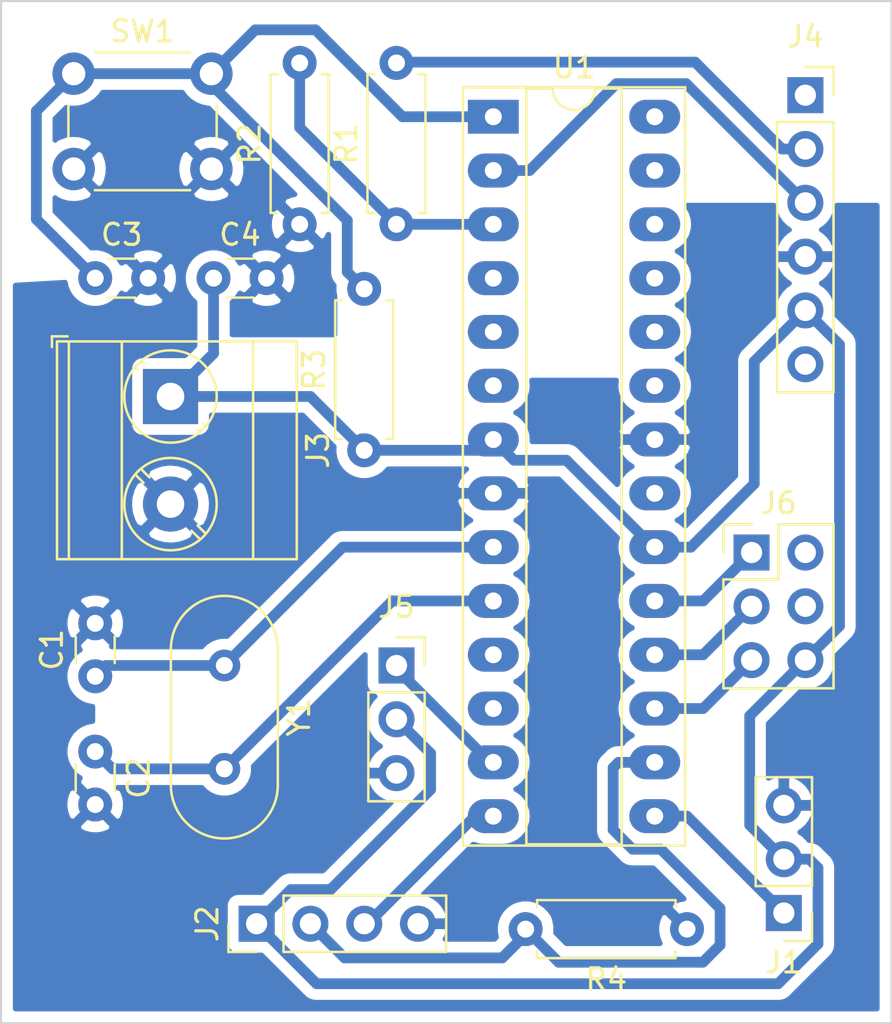
<source format=kicad_pcb>
(kicad_pcb (version 20171130) (host pcbnew "(5.1.10)-1")

  (general
    (thickness 1.6)
    (drawings 4)
    (tracks 89)
    (zones 0)
    (modules 17)
    (nets 16)
  )

  (page A4)
  (layers
    (0 F.Cu signal)
    (31 B.Cu signal)
    (32 B.Adhes user)
    (33 F.Adhes user)
    (34 B.Paste user)
    (35 F.Paste user)
    (36 B.SilkS user)
    (37 F.SilkS user)
    (38 B.Mask user)
    (39 F.Mask user)
    (40 Dwgs.User user)
    (41 Cmts.User user)
    (42 Eco1.User user)
    (43 Eco2.User user)
    (44 Edge.Cuts user)
    (45 Margin user)
    (46 B.CrtYd user)
    (47 F.CrtYd user)
    (48 B.Fab user)
    (49 F.Fab user)
  )

  (setup
    (last_trace_width 0.508)
    (trace_clearance 0.508)
    (zone_clearance 0.508)
    (zone_45_only no)
    (trace_min 0.2)
    (via_size 0.8)
    (via_drill 0.4)
    (via_min_size 0.4)
    (via_min_drill 0.3)
    (uvia_size 0.3)
    (uvia_drill 0.1)
    (uvias_allowed no)
    (uvia_min_size 0.2)
    (uvia_min_drill 0.1)
    (edge_width 0.05)
    (segment_width 0.2)
    (pcb_text_width 0.3)
    (pcb_text_size 1.5 1.5)
    (mod_edge_width 0.12)
    (mod_text_size 1 1)
    (mod_text_width 0.15)
    (pad_size 1.524 1.524)
    (pad_drill 0.762)
    (pad_to_mask_clearance 0)
    (aux_axis_origin 0 0)
    (visible_elements 7FFFFFFF)
    (pcbplotparams
      (layerselection 0x010fc_ffffffff)
      (usegerberextensions false)
      (usegerberattributes true)
      (usegerberadvancedattributes true)
      (creategerberjobfile true)
      (excludeedgelayer true)
      (linewidth 0.100000)
      (plotframeref false)
      (viasonmask false)
      (mode 1)
      (useauxorigin false)
      (hpglpennumber 1)
      (hpglpenspeed 20)
      (hpglpendiameter 15.000000)
      (psnegative false)
      (psa4output false)
      (plotreference true)
      (plotvalue true)
      (plotinvisibletext false)
      (padsonsilk false)
      (subtractmaskfromsilk false)
      (outputformat 1)
      (mirror false)
      (drillshape 1)
      (scaleselection 1)
      (outputdirectory ""))
  )

  (net 0 "")
  (net 1 Vcc)
  (net 2 GND)
  (net 3 "Net-(C1-Pad1)")
  (net 4 "Net-(C2-Pad1)")
  (net 5 "Net-(C3-Pad1)")
  (net 6 "Net-(J1-Pad1)")
  (net 7 "Net-(J2-Pad3)")
  (net 8 "Net-(J2-Pad2)")
  (net 9 "Net-(R1-Pad1)")
  (net 10 "Net-(J4-Pad3)")
  (net 11 "Net-(J4-Pad2)")
  (net 12 "Net-(J5-Pad1)")
  (net 13 "Net-(J6-Pad5)")
  (net 14 "Net-(J6-Pad1)")
  (net 15 "Net-(J6-Pad3)")

  (net_class Default "This is the default net class."
    (clearance 0.508)
    (trace_width 0.508)
    (via_dia 0.8)
    (via_drill 0.4)
    (uvia_dia 0.3)
    (uvia_drill 0.1)
    (add_net GND)
    (add_net "Net-(C1-Pad1)")
    (add_net "Net-(C2-Pad1)")
    (add_net "Net-(C3-Pad1)")
    (add_net "Net-(J1-Pad1)")
    (add_net "Net-(J2-Pad2)")
    (add_net "Net-(J2-Pad3)")
    (add_net "Net-(J4-Pad2)")
    (add_net "Net-(J4-Pad3)")
    (add_net "Net-(J5-Pad1)")
    (add_net "Net-(J6-Pad1)")
    (add_net "Net-(J6-Pad3)")
    (add_net "Net-(J6-Pad5)")
    (add_net "Net-(R1-Pad1)")
    (add_net Vcc)
  )

  (module Resistor_THT:R_Axial_DIN0207_L6.3mm_D2.5mm_P7.62mm_Horizontal (layer F.Cu) (tedit 5AE5139B) (tstamp 656A3392)
    (at 152.4 110.49 180)
    (descr "Resistor, Axial_DIN0207 series, Axial, Horizontal, pin pitch=7.62mm, 0.25W = 1/4W, length*diameter=6.3*2.5mm^2, http://cdn-reichelt.de/documents/datenblatt/B400/1_4W%23YAG.pdf")
    (tags "Resistor Axial_DIN0207 series Axial Horizontal pin pitch 7.62mm 0.25W = 1/4W length 6.3mm diameter 2.5mm")
    (path /656A4091)
    (fp_text reference R4 (at 3.81 -2.37) (layer F.SilkS)
      (effects (font (size 1 1) (thickness 0.15)))
    )
    (fp_text value 1k (at 3.81 2.37) (layer F.Fab)
      (effects (font (size 1 1) (thickness 0.15)))
    )
    (fp_line (start 8.67 -1.5) (end -1.05 -1.5) (layer F.CrtYd) (width 0.05))
    (fp_line (start 8.67 1.5) (end 8.67 -1.5) (layer F.CrtYd) (width 0.05))
    (fp_line (start -1.05 1.5) (end 8.67 1.5) (layer F.CrtYd) (width 0.05))
    (fp_line (start -1.05 -1.5) (end -1.05 1.5) (layer F.CrtYd) (width 0.05))
    (fp_line (start 7.08 1.37) (end 7.08 1.04) (layer F.SilkS) (width 0.12))
    (fp_line (start 0.54 1.37) (end 7.08 1.37) (layer F.SilkS) (width 0.12))
    (fp_line (start 0.54 1.04) (end 0.54 1.37) (layer F.SilkS) (width 0.12))
    (fp_line (start 7.08 -1.37) (end 7.08 -1.04) (layer F.SilkS) (width 0.12))
    (fp_line (start 0.54 -1.37) (end 7.08 -1.37) (layer F.SilkS) (width 0.12))
    (fp_line (start 0.54 -1.04) (end 0.54 -1.37) (layer F.SilkS) (width 0.12))
    (fp_line (start 7.62 0) (end 6.96 0) (layer F.Fab) (width 0.1))
    (fp_line (start 0 0) (end 0.66 0) (layer F.Fab) (width 0.1))
    (fp_line (start 6.96 -1.25) (end 0.66 -1.25) (layer F.Fab) (width 0.1))
    (fp_line (start 6.96 1.25) (end 6.96 -1.25) (layer F.Fab) (width 0.1))
    (fp_line (start 0.66 1.25) (end 6.96 1.25) (layer F.Fab) (width 0.1))
    (fp_line (start 0.66 -1.25) (end 0.66 1.25) (layer F.Fab) (width 0.1))
    (fp_text user %R (at 3.81 0) (layer F.Fab)
      (effects (font (size 1 1) (thickness 0.15)))
    )
    (pad 2 thru_hole oval (at 7.62 0 180) (size 1.6 1.6) (drill 0.8) (layers *.Cu *.Mask)
      (net 8 "Net-(J2-Pad2)"))
    (pad 1 thru_hole circle (at 0 0 180) (size 1.6 1.6) (drill 0.8) (layers *.Cu *.Mask)
      (net 2 GND))
    (model ${KISYS3DMOD}/Resistor_THT.3dshapes/R_Axial_DIN0207_L6.3mm_D2.5mm_P7.62mm_Horizontal.wrl
      (at (xyz 0 0 0))
      (scale (xyz 1 1 1))
      (rotate (xyz 0 0 0))
    )
  )

  (module Capacitor_THT:C_Disc_D3.0mm_W1.6mm_P2.50mm (layer F.Cu) (tedit 5AE50EF0) (tstamp 656A31B3)
    (at 130.048 79.756)
    (descr "C, Disc series, Radial, pin pitch=2.50mm, , diameter*width=3.0*1.6mm^2, Capacitor, http://www.vishay.com/docs/45233/krseries.pdf")
    (tags "C Disc series Radial pin pitch 2.50mm  diameter 3.0mm width 1.6mm Capacitor")
    (path /656A522E)
    (fp_text reference C4 (at 1.25 -2.05) (layer F.SilkS)
      (effects (font (size 1 1) (thickness 0.15)))
    )
    (fp_text value 100n (at 1.25 2.05) (layer F.Fab)
      (effects (font (size 1 1) (thickness 0.15)))
    )
    (fp_line (start 3.55 -1.05) (end -1.05 -1.05) (layer F.CrtYd) (width 0.05))
    (fp_line (start 3.55 1.05) (end 3.55 -1.05) (layer F.CrtYd) (width 0.05))
    (fp_line (start -1.05 1.05) (end 3.55 1.05) (layer F.CrtYd) (width 0.05))
    (fp_line (start -1.05 -1.05) (end -1.05 1.05) (layer F.CrtYd) (width 0.05))
    (fp_line (start 0.621 0.92) (end 1.879 0.92) (layer F.SilkS) (width 0.12))
    (fp_line (start 0.621 -0.92) (end 1.879 -0.92) (layer F.SilkS) (width 0.12))
    (fp_line (start 2.75 -0.8) (end -0.25 -0.8) (layer F.Fab) (width 0.1))
    (fp_line (start 2.75 0.8) (end 2.75 -0.8) (layer F.Fab) (width 0.1))
    (fp_line (start -0.25 0.8) (end 2.75 0.8) (layer F.Fab) (width 0.1))
    (fp_line (start -0.25 -0.8) (end -0.25 0.8) (layer F.Fab) (width 0.1))
    (fp_text user %R (at 1.25 0) (layer F.Fab)
      (effects (font (size 0.6 0.6) (thickness 0.09)))
    )
    (pad 2 thru_hole circle (at 2.5 0) (size 1.6 1.6) (drill 0.8) (layers *.Cu *.Mask)
      (net 2 GND))
    (pad 1 thru_hole circle (at 0 0) (size 1.6 1.6) (drill 0.8) (layers *.Cu *.Mask)
      (net 1 Vcc))
    (model ${KISYS3DMOD}/Capacitor_THT.3dshapes/C_Disc_D3.0mm_W1.6mm_P2.50mm.wrl
      (at (xyz 0 0 0))
      (scale (xyz 1 1 1))
      (rotate (xyz 0 0 0))
    )
  )

  (module Capacitor_THT:C_Disc_D3.0mm_W1.6mm_P2.50mm (layer F.Cu) (tedit 5AE50EF0) (tstamp 654E5D8F)
    (at 124.46 102.108 270)
    (descr "C, Disc series, Radial, pin pitch=2.50mm, , diameter*width=3.0*1.6mm^2, Capacitor, http://www.vishay.com/docs/45233/krseries.pdf")
    (tags "C Disc series Radial pin pitch 2.50mm  diameter 3.0mm width 1.6mm Capacitor")
    (path /654EFB9F)
    (fp_text reference C2 (at 1.25 -2.05 90) (layer F.SilkS)
      (effects (font (size 1 1) (thickness 0.15)))
    )
    (fp_text value 22p (at 1.25 2.05 90) (layer F.Fab)
      (effects (font (size 1 1) (thickness 0.15)))
    )
    (fp_line (start 3.55 -1.05) (end -1.05 -1.05) (layer F.CrtYd) (width 0.05))
    (fp_line (start 3.55 1.05) (end 3.55 -1.05) (layer F.CrtYd) (width 0.05))
    (fp_line (start -1.05 1.05) (end 3.55 1.05) (layer F.CrtYd) (width 0.05))
    (fp_line (start -1.05 -1.05) (end -1.05 1.05) (layer F.CrtYd) (width 0.05))
    (fp_line (start 0.621 0.92) (end 1.879 0.92) (layer F.SilkS) (width 0.12))
    (fp_line (start 0.621 -0.92) (end 1.879 -0.92) (layer F.SilkS) (width 0.12))
    (fp_line (start 2.75 -0.8) (end -0.25 -0.8) (layer F.Fab) (width 0.1))
    (fp_line (start 2.75 0.8) (end 2.75 -0.8) (layer F.Fab) (width 0.1))
    (fp_line (start -0.25 0.8) (end 2.75 0.8) (layer F.Fab) (width 0.1))
    (fp_line (start -0.25 -0.8) (end -0.25 0.8) (layer F.Fab) (width 0.1))
    (fp_text user %R (at 1.25 0 90) (layer F.Fab)
      (effects (font (size 0.6 0.6) (thickness 0.09)))
    )
    (pad 2 thru_hole circle (at 2.5 0 270) (size 1.6 1.6) (drill 0.8) (layers *.Cu *.Mask)
      (net 2 GND))
    (pad 1 thru_hole circle (at 0 0 270) (size 1.6 1.6) (drill 0.8) (layers *.Cu *.Mask)
      (net 4 "Net-(C2-Pad1)"))
    (model ${KISYS3DMOD}/Capacitor_THT.3dshapes/C_Disc_D3.0mm_W1.6mm_P2.50mm.wrl
      (at (xyz 0 0 0))
      (scale (xyz 1 1 1))
      (rotate (xyz 0 0 0))
    )
  )

  (module Capacitor_THT:C_Disc_D3.0mm_W1.6mm_P2.50mm (layer F.Cu) (tedit 5AE50EF0) (tstamp 654E5D0C)
    (at 124.46 98.552 90)
    (descr "C, Disc series, Radial, pin pitch=2.50mm, , diameter*width=3.0*1.6mm^2, Capacitor, http://www.vishay.com/docs/45233/krseries.pdf")
    (tags "C Disc series Radial pin pitch 2.50mm  diameter 3.0mm width 1.6mm Capacitor")
    (path /654EDDA7)
    (fp_text reference C1 (at 1.25 -2.05 90) (layer F.SilkS)
      (effects (font (size 1 1) (thickness 0.15)))
    )
    (fp_text value 22p (at 1.25 2.05 90) (layer F.Fab)
      (effects (font (size 1 1) (thickness 0.15)))
    )
    (fp_line (start 3.55 -1.05) (end -1.05 -1.05) (layer F.CrtYd) (width 0.05))
    (fp_line (start 3.55 1.05) (end 3.55 -1.05) (layer F.CrtYd) (width 0.05))
    (fp_line (start -1.05 1.05) (end 3.55 1.05) (layer F.CrtYd) (width 0.05))
    (fp_line (start -1.05 -1.05) (end -1.05 1.05) (layer F.CrtYd) (width 0.05))
    (fp_line (start 0.621 0.92) (end 1.879 0.92) (layer F.SilkS) (width 0.12))
    (fp_line (start 0.621 -0.92) (end 1.879 -0.92) (layer F.SilkS) (width 0.12))
    (fp_line (start 2.75 -0.8) (end -0.25 -0.8) (layer F.Fab) (width 0.1))
    (fp_line (start 2.75 0.8) (end 2.75 -0.8) (layer F.Fab) (width 0.1))
    (fp_line (start -0.25 0.8) (end 2.75 0.8) (layer F.Fab) (width 0.1))
    (fp_line (start -0.25 -0.8) (end -0.25 0.8) (layer F.Fab) (width 0.1))
    (fp_text user %R (at 1.25 0 270) (layer F.Fab)
      (effects (font (size 0.6 0.6) (thickness 0.09)))
    )
    (pad 2 thru_hole circle (at 2.5 0 90) (size 1.6 1.6) (drill 0.8) (layers *.Cu *.Mask)
      (net 2 GND))
    (pad 1 thru_hole circle (at 0 0 90) (size 1.6 1.6) (drill 0.8) (layers *.Cu *.Mask)
      (net 3 "Net-(C1-Pad1)"))
    (model ${KISYS3DMOD}/Capacitor_THT.3dshapes/C_Disc_D3.0mm_W1.6mm_P2.50mm.wrl
      (at (xyz 0 0 0))
      (scale (xyz 1 1 1))
      (rotate (xyz 0 0 0))
    )
  )

  (module Capacitor_THT:C_Disc_D3.0mm_W1.6mm_P2.50mm (layer F.Cu) (tedit 5AE50EF0) (tstamp 655F3F28)
    (at 124.46 79.756)
    (descr "C, Disc series, Radial, pin pitch=2.50mm, , diameter*width=3.0*1.6mm^2, Capacitor, http://www.vishay.com/docs/45233/krseries.pdf")
    (tags "C Disc series Radial pin pitch 2.50mm  diameter 3.0mm width 1.6mm Capacitor")
    (path /654DC34D)
    (fp_text reference C3 (at 1.25 -2.05) (layer F.SilkS)
      (effects (font (size 1 1) (thickness 0.15)))
    )
    (fp_text value 100n (at 1.25 2.05) (layer F.Fab)
      (effects (font (size 1 1) (thickness 0.15)))
    )
    (fp_line (start 3.55 -1.05) (end -1.05 -1.05) (layer F.CrtYd) (width 0.05))
    (fp_line (start 3.55 1.05) (end 3.55 -1.05) (layer F.CrtYd) (width 0.05))
    (fp_line (start -1.05 1.05) (end 3.55 1.05) (layer F.CrtYd) (width 0.05))
    (fp_line (start -1.05 -1.05) (end -1.05 1.05) (layer F.CrtYd) (width 0.05))
    (fp_line (start 0.621 0.92) (end 1.879 0.92) (layer F.SilkS) (width 0.12))
    (fp_line (start 0.621 -0.92) (end 1.879 -0.92) (layer F.SilkS) (width 0.12))
    (fp_line (start 2.75 -0.8) (end -0.25 -0.8) (layer F.Fab) (width 0.1))
    (fp_line (start 2.75 0.8) (end 2.75 -0.8) (layer F.Fab) (width 0.1))
    (fp_line (start -0.25 0.8) (end 2.75 0.8) (layer F.Fab) (width 0.1))
    (fp_line (start -0.25 -0.8) (end -0.25 0.8) (layer F.Fab) (width 0.1))
    (fp_text user %R (at 1.25 0) (layer F.Fab)
      (effects (font (size 0.6 0.6) (thickness 0.09)))
    )
    (pad 2 thru_hole circle (at 2.5 0) (size 1.6 1.6) (drill 0.8) (layers *.Cu *.Mask)
      (net 2 GND))
    (pad 1 thru_hole circle (at 0 0) (size 1.6 1.6) (drill 0.8) (layers *.Cu *.Mask)
      (net 5 "Net-(C3-Pad1)"))
    (model ${KISYS3DMOD}/Capacitor_THT.3dshapes/C_Disc_D3.0mm_W1.6mm_P2.50mm.wrl
      (at (xyz 0 0 0))
      (scale (xyz 1 1 1))
      (rotate (xyz 0 0 0))
    )
  )

  (module Resistor_THT:R_Axial_DIN0207_L6.3mm_D2.5mm_P7.62mm_Horizontal (layer F.Cu) (tedit 5AE5139B) (tstamp 654E5E31)
    (at 134.112 77.216 90)
    (descr "Resistor, Axial_DIN0207 series, Axial, Horizontal, pin pitch=7.62mm, 0.25W = 1/4W, length*diameter=6.3*2.5mm^2, http://cdn-reichelt.de/documents/datenblatt/B400/1_4W%23YAG.pdf")
    (tags "Resistor Axial_DIN0207 series Axial Horizontal pin pitch 7.62mm 0.25W = 1/4W length 6.3mm diameter 2.5mm")
    (path /655041DB)
    (fp_text reference R2 (at 3.81 -2.37 90) (layer F.SilkS)
      (effects (font (size 1 1) (thickness 0.15)))
    )
    (fp_text value 2k (at 3.81 2.37 90) (layer F.Fab)
      (effects (font (size 1 1) (thickness 0.15)))
    )
    (fp_line (start 0.66 -1.25) (end 0.66 1.25) (layer F.Fab) (width 0.1))
    (fp_line (start 0.66 1.25) (end 6.96 1.25) (layer F.Fab) (width 0.1))
    (fp_line (start 6.96 1.25) (end 6.96 -1.25) (layer F.Fab) (width 0.1))
    (fp_line (start 6.96 -1.25) (end 0.66 -1.25) (layer F.Fab) (width 0.1))
    (fp_line (start 0 0) (end 0.66 0) (layer F.Fab) (width 0.1))
    (fp_line (start 7.62 0) (end 6.96 0) (layer F.Fab) (width 0.1))
    (fp_line (start 0.54 -1.04) (end 0.54 -1.37) (layer F.SilkS) (width 0.12))
    (fp_line (start 0.54 -1.37) (end 7.08 -1.37) (layer F.SilkS) (width 0.12))
    (fp_line (start 7.08 -1.37) (end 7.08 -1.04) (layer F.SilkS) (width 0.12))
    (fp_line (start 0.54 1.04) (end 0.54 1.37) (layer F.SilkS) (width 0.12))
    (fp_line (start 0.54 1.37) (end 7.08 1.37) (layer F.SilkS) (width 0.12))
    (fp_line (start 7.08 1.37) (end 7.08 1.04) (layer F.SilkS) (width 0.12))
    (fp_line (start -1.05 -1.5) (end -1.05 1.5) (layer F.CrtYd) (width 0.05))
    (fp_line (start -1.05 1.5) (end 8.67 1.5) (layer F.CrtYd) (width 0.05))
    (fp_line (start 8.67 1.5) (end 8.67 -1.5) (layer F.CrtYd) (width 0.05))
    (fp_line (start 8.67 -1.5) (end -1.05 -1.5) (layer F.CrtYd) (width 0.05))
    (fp_text user %R (at 3.81 0 90) (layer F.Fab)
      (effects (font (size 1 1) (thickness 0.15)))
    )
    (pad 2 thru_hole oval (at 7.62 0 90) (size 1.6 1.6) (drill 0.8) (layers *.Cu *.Mask)
      (net 9 "Net-(R1-Pad1)"))
    (pad 1 thru_hole circle (at 0 0 90) (size 1.6 1.6) (drill 0.8) (layers *.Cu *.Mask)
      (net 2 GND))
    (model ${KISYS3DMOD}/Resistor_THT.3dshapes/R_Axial_DIN0207_L6.3mm_D2.5mm_P7.62mm_Horizontal.wrl
      (at (xyz 0 0 0))
      (scale (xyz 1 1 1))
      (rotate (xyz 0 0 0))
    )
  )

  (module Package_DIP:DIP-28_W7.62mm_Socket_LongPads (layer F.Cu) (tedit 5A02E8C5) (tstamp 654E5E97)
    (at 143.256 72.136)
    (descr "28-lead though-hole mounted DIP package, row spacing 7.62 mm (300 mils), Socket, LongPads")
    (tags "THT DIP DIL PDIP 2.54mm 7.62mm 300mil Socket LongPads")
    (path /654E18F7)
    (fp_text reference U1 (at 3.81 -2.33) (layer F.SilkS)
      (effects (font (size 1 1) (thickness 0.15)))
    )
    (fp_text value ATmega328P-PU (at 3.81 35.35) (layer F.Fab)
      (effects (font (size 1 1) (thickness 0.15)))
    )
    (fp_line (start 9.15 -1.6) (end -1.55 -1.6) (layer F.CrtYd) (width 0.05))
    (fp_line (start 9.15 34.65) (end 9.15 -1.6) (layer F.CrtYd) (width 0.05))
    (fp_line (start -1.55 34.65) (end 9.15 34.65) (layer F.CrtYd) (width 0.05))
    (fp_line (start -1.55 -1.6) (end -1.55 34.65) (layer F.CrtYd) (width 0.05))
    (fp_line (start 9.06 -1.39) (end -1.44 -1.39) (layer F.SilkS) (width 0.12))
    (fp_line (start 9.06 34.41) (end 9.06 -1.39) (layer F.SilkS) (width 0.12))
    (fp_line (start -1.44 34.41) (end 9.06 34.41) (layer F.SilkS) (width 0.12))
    (fp_line (start -1.44 -1.39) (end -1.44 34.41) (layer F.SilkS) (width 0.12))
    (fp_line (start 6.06 -1.33) (end 4.81 -1.33) (layer F.SilkS) (width 0.12))
    (fp_line (start 6.06 34.35) (end 6.06 -1.33) (layer F.SilkS) (width 0.12))
    (fp_line (start 1.56 34.35) (end 6.06 34.35) (layer F.SilkS) (width 0.12))
    (fp_line (start 1.56 -1.33) (end 1.56 34.35) (layer F.SilkS) (width 0.12))
    (fp_line (start 2.81 -1.33) (end 1.56 -1.33) (layer F.SilkS) (width 0.12))
    (fp_line (start 8.89 -1.33) (end -1.27 -1.33) (layer F.Fab) (width 0.1))
    (fp_line (start 8.89 34.35) (end 8.89 -1.33) (layer F.Fab) (width 0.1))
    (fp_line (start -1.27 34.35) (end 8.89 34.35) (layer F.Fab) (width 0.1))
    (fp_line (start -1.27 -1.33) (end -1.27 34.35) (layer F.Fab) (width 0.1))
    (fp_line (start 0.635 -0.27) (end 1.635 -1.27) (layer F.Fab) (width 0.1))
    (fp_line (start 0.635 34.29) (end 0.635 -0.27) (layer F.Fab) (width 0.1))
    (fp_line (start 6.985 34.29) (end 0.635 34.29) (layer F.Fab) (width 0.1))
    (fp_line (start 6.985 -1.27) (end 6.985 34.29) (layer F.Fab) (width 0.1))
    (fp_line (start 1.635 -1.27) (end 6.985 -1.27) (layer F.Fab) (width 0.1))
    (fp_text user %R (at 3.81 16.51) (layer F.Fab)
      (effects (font (size 1 1) (thickness 0.15)))
    )
    (fp_arc (start 3.81 -1.33) (end 2.81 -1.33) (angle -180) (layer F.SilkS) (width 0.12))
    (pad 28 thru_hole oval (at 7.62 0) (size 2.4 1.6) (drill 0.8) (layers *.Cu *.Mask))
    (pad 14 thru_hole oval (at 0 33.02) (size 2.4 1.6) (drill 0.8) (layers *.Cu *.Mask)
      (net 7 "Net-(J2-Pad3)"))
    (pad 27 thru_hole oval (at 7.62 2.54) (size 2.4 1.6) (drill 0.8) (layers *.Cu *.Mask))
    (pad 13 thru_hole oval (at 0 30.48) (size 2.4 1.6) (drill 0.8) (layers *.Cu *.Mask)
      (net 12 "Net-(J5-Pad1)"))
    (pad 26 thru_hole oval (at 7.62 5.08) (size 2.4 1.6) (drill 0.8) (layers *.Cu *.Mask))
    (pad 12 thru_hole oval (at 0 27.94) (size 2.4 1.6) (drill 0.8) (layers *.Cu *.Mask))
    (pad 25 thru_hole oval (at 7.62 7.62) (size 2.4 1.6) (drill 0.8) (layers *.Cu *.Mask))
    (pad 11 thru_hole oval (at 0 25.4) (size 2.4 1.6) (drill 0.8) (layers *.Cu *.Mask))
    (pad 24 thru_hole oval (at 7.62 10.16) (size 2.4 1.6) (drill 0.8) (layers *.Cu *.Mask))
    (pad 10 thru_hole oval (at 0 22.86) (size 2.4 1.6) (drill 0.8) (layers *.Cu *.Mask)
      (net 4 "Net-(C2-Pad1)"))
    (pad 23 thru_hole oval (at 7.62 12.7) (size 2.4 1.6) (drill 0.8) (layers *.Cu *.Mask))
    (pad 9 thru_hole oval (at 0 20.32) (size 2.4 1.6) (drill 0.8) (layers *.Cu *.Mask)
      (net 3 "Net-(C1-Pad1)"))
    (pad 22 thru_hole oval (at 7.62 15.24) (size 2.4 1.6) (drill 0.8) (layers *.Cu *.Mask)
      (net 2 GND))
    (pad 8 thru_hole oval (at 0 17.78) (size 2.4 1.6) (drill 0.8) (layers *.Cu *.Mask)
      (net 2 GND))
    (pad 21 thru_hole oval (at 7.62 17.78) (size 2.4 1.6) (drill 0.8) (layers *.Cu *.Mask))
    (pad 7 thru_hole oval (at 0 15.24) (size 2.4 1.6) (drill 0.8) (layers *.Cu *.Mask)
      (net 1 Vcc))
    (pad 20 thru_hole oval (at 7.62 20.32) (size 2.4 1.6) (drill 0.8) (layers *.Cu *.Mask)
      (net 1 Vcc))
    (pad 6 thru_hole oval (at 0 12.7) (size 2.4 1.6) (drill 0.8) (layers *.Cu *.Mask))
    (pad 19 thru_hole oval (at 7.62 22.86) (size 2.4 1.6) (drill 0.8) (layers *.Cu *.Mask)
      (net 14 "Net-(J6-Pad1)"))
    (pad 5 thru_hole oval (at 0 10.16) (size 2.4 1.6) (drill 0.8) (layers *.Cu *.Mask))
    (pad 18 thru_hole oval (at 7.62 25.4) (size 2.4 1.6) (drill 0.8) (layers *.Cu *.Mask)
      (net 15 "Net-(J6-Pad3)"))
    (pad 4 thru_hole oval (at 0 7.62) (size 2.4 1.6) (drill 0.8) (layers *.Cu *.Mask))
    (pad 17 thru_hole oval (at 7.62 27.94) (size 2.4 1.6) (drill 0.8) (layers *.Cu *.Mask)
      (net 13 "Net-(J6-Pad5)"))
    (pad 3 thru_hole oval (at 0 5.08) (size 2.4 1.6) (drill 0.8) (layers *.Cu *.Mask)
      (net 9 "Net-(R1-Pad1)"))
    (pad 16 thru_hole oval (at 7.62 30.48) (size 2.4 1.6) (drill 0.8) (layers *.Cu *.Mask)
      (net 8 "Net-(J2-Pad2)"))
    (pad 2 thru_hole oval (at 0 2.54) (size 2.4 1.6) (drill 0.8) (layers *.Cu *.Mask)
      (net 10 "Net-(J4-Pad3)"))
    (pad 15 thru_hole oval (at 7.62 33.02) (size 2.4 1.6) (drill 0.8) (layers *.Cu *.Mask)
      (net 6 "Net-(J1-Pad1)"))
    (pad 1 thru_hole rect (at 0 0) (size 2.4 1.6) (drill 0.8) (layers *.Cu *.Mask)
      (net 5 "Net-(C3-Pad1)"))
    (model ${KISYS3DMOD}/Package_DIP.3dshapes/DIP-28_W7.62mm_Socket.wrl
      (at (xyz 0 0 0))
      (scale (xyz 1 1 1))
      (rotate (xyz 0 0 0))
    )
  )

  (module Connector_PinHeader_2.54mm:PinHeader_2x03_P2.54mm_Vertical (layer F.Cu) (tedit 59FED5CC) (tstamp 654FB8BA)
    (at 155.448 92.71)
    (descr "Through hole straight pin header, 2x03, 2.54mm pitch, double rows")
    (tags "Through hole pin header THT 2x03 2.54mm double row")
    (path /6551FD82)
    (fp_text reference J6 (at 1.27 -2.33) (layer F.SilkS)
      (effects (font (size 1 1) (thickness 0.15)))
    )
    (fp_text value ICSP (at 1.27 7.41) (layer F.Fab)
      (effects (font (size 1 1) (thickness 0.15)))
    )
    (fp_line (start 0 -1.27) (end 3.81 -1.27) (layer F.Fab) (width 0.1))
    (fp_line (start 3.81 -1.27) (end 3.81 6.35) (layer F.Fab) (width 0.1))
    (fp_line (start 3.81 6.35) (end -1.27 6.35) (layer F.Fab) (width 0.1))
    (fp_line (start -1.27 6.35) (end -1.27 0) (layer F.Fab) (width 0.1))
    (fp_line (start -1.27 0) (end 0 -1.27) (layer F.Fab) (width 0.1))
    (fp_line (start -1.33 6.41) (end 3.87 6.41) (layer F.SilkS) (width 0.12))
    (fp_line (start -1.33 1.27) (end -1.33 6.41) (layer F.SilkS) (width 0.12))
    (fp_line (start 3.87 -1.33) (end 3.87 6.41) (layer F.SilkS) (width 0.12))
    (fp_line (start -1.33 1.27) (end 1.27 1.27) (layer F.SilkS) (width 0.12))
    (fp_line (start 1.27 1.27) (end 1.27 -1.33) (layer F.SilkS) (width 0.12))
    (fp_line (start 1.27 -1.33) (end 3.87 -1.33) (layer F.SilkS) (width 0.12))
    (fp_line (start -1.33 0) (end -1.33 -1.33) (layer F.SilkS) (width 0.12))
    (fp_line (start -1.33 -1.33) (end 0 -1.33) (layer F.SilkS) (width 0.12))
    (fp_line (start -1.8 -1.8) (end -1.8 6.85) (layer F.CrtYd) (width 0.05))
    (fp_line (start -1.8 6.85) (end 4.35 6.85) (layer F.CrtYd) (width 0.05))
    (fp_line (start 4.35 6.85) (end 4.35 -1.8) (layer F.CrtYd) (width 0.05))
    (fp_line (start 4.35 -1.8) (end -1.8 -1.8) (layer F.CrtYd) (width 0.05))
    (fp_text user %R (at 1.27 2.54 90) (layer F.Fab)
      (effects (font (size 1 1) (thickness 0.15)))
    )
    (pad 6 thru_hole oval (at 2.54 5.08) (size 1.7 1.7) (drill 1) (layers *.Cu *.Mask)
      (net 1 Vcc))
    (pad 5 thru_hole oval (at 0 5.08) (size 1.7 1.7) (drill 1) (layers *.Cu *.Mask)
      (net 13 "Net-(J6-Pad5)"))
    (pad 4 thru_hole oval (at 2.54 2.54) (size 1.7 1.7) (drill 1) (layers *.Cu *.Mask)
      (net 2 GND))
    (pad 3 thru_hole oval (at 0 2.54) (size 1.7 1.7) (drill 1) (layers *.Cu *.Mask)
      (net 15 "Net-(J6-Pad3)"))
    (pad 2 thru_hole oval (at 2.54 0) (size 1.7 1.7) (drill 1) (layers *.Cu *.Mask)
      (net 5 "Net-(C3-Pad1)"))
    (pad 1 thru_hole rect (at 0 0) (size 1.7 1.7) (drill 1) (layers *.Cu *.Mask)
      (net 14 "Net-(J6-Pad1)"))
    (model ${KISYS3DMOD}/Connector_PinHeader_2.54mm.3dshapes/PinHeader_2x03_P2.54mm_Vertical.wrl
      (at (xyz 0 0 0))
      (scale (xyz 1 1 1))
      (rotate (xyz 0 0 0))
    )
  )

  (module Connector_PinSocket_2.54mm:PinSocket_1x03_P2.54mm_Vertical (layer F.Cu) (tedit 5A19A429) (tstamp 654E5E03)
    (at 138.684 98.044)
    (descr "Through hole straight socket strip, 1x03, 2.54mm pitch, single row (from Kicad 4.0.7), script generated")
    (tags "Through hole socket strip THT 1x03 2.54mm single row")
    (path /6550761D)
    (fp_text reference J5 (at 0 -2.77) (layer F.SilkS)
      (effects (font (size 1 1) (thickness 0.15)))
    )
    (fp_text value KY-8 (at 0 7.85) (layer F.Fab)
      (effects (font (size 1 1) (thickness 0.15)))
    )
    (fp_line (start -1.27 -1.27) (end 0.635 -1.27) (layer F.Fab) (width 0.1))
    (fp_line (start 0.635 -1.27) (end 1.27 -0.635) (layer F.Fab) (width 0.1))
    (fp_line (start 1.27 -0.635) (end 1.27 6.35) (layer F.Fab) (width 0.1))
    (fp_line (start 1.27 6.35) (end -1.27 6.35) (layer F.Fab) (width 0.1))
    (fp_line (start -1.27 6.35) (end -1.27 -1.27) (layer F.Fab) (width 0.1))
    (fp_line (start -1.33 1.27) (end 1.33 1.27) (layer F.SilkS) (width 0.12))
    (fp_line (start -1.33 1.27) (end -1.33 6.41) (layer F.SilkS) (width 0.12))
    (fp_line (start -1.33 6.41) (end 1.33 6.41) (layer F.SilkS) (width 0.12))
    (fp_line (start 1.33 1.27) (end 1.33 6.41) (layer F.SilkS) (width 0.12))
    (fp_line (start 1.33 -1.33) (end 1.33 0) (layer F.SilkS) (width 0.12))
    (fp_line (start 0 -1.33) (end 1.33 -1.33) (layer F.SilkS) (width 0.12))
    (fp_line (start -1.8 -1.8) (end 1.75 -1.8) (layer F.CrtYd) (width 0.05))
    (fp_line (start 1.75 -1.8) (end 1.75 6.85) (layer F.CrtYd) (width 0.05))
    (fp_line (start 1.75 6.85) (end -1.8 6.85) (layer F.CrtYd) (width 0.05))
    (fp_line (start -1.8 6.85) (end -1.8 -1.8) (layer F.CrtYd) (width 0.05))
    (fp_text user %R (at 0 2.54 90) (layer F.Fab)
      (effects (font (size 1 1) (thickness 0.15)))
    )
    (pad 3 thru_hole oval (at 0 5.08) (size 1.7 1.7) (drill 1) (layers *.Cu *.Mask)
      (net 2 GND))
    (pad 2 thru_hole oval (at 0 2.54) (size 1.7 1.7) (drill 1) (layers *.Cu *.Mask)
      (net 1 Vcc))
    (pad 1 thru_hole rect (at 0 0) (size 1.7 1.7) (drill 1) (layers *.Cu *.Mask)
      (net 12 "Net-(J5-Pad1)"))
    (model ${KISYS3DMOD}/Connector_PinSocket_2.54mm.3dshapes/PinSocket_1x03_P2.54mm_Vertical.wrl
      (at (xyz 0 0 0))
      (scale (xyz 1 1 1))
      (rotate (xyz 0 0 0))
    )
  )

  (module Connector_PinHeader_2.54mm:PinHeader_1x04_P2.54mm_Vertical (layer F.Cu) (tedit 59FED5CC) (tstamp 654E5DD5)
    (at 132.08 110.236 90)
    (descr "Through hole straight pin header, 1x04, 2.54mm pitch, single row")
    (tags "Through hole pin header THT 1x04 2.54mm single row")
    (path /6550F91B)
    (fp_text reference J2 (at 0 -2.33 90) (layer F.SilkS)
      (effects (font (size 1 1) (thickness 0.15)))
    )
    (fp_text value UltraSonido (at 0 9.95 90) (layer F.Fab)
      (effects (font (size 1 1) (thickness 0.15)))
    )
    (fp_line (start -0.635 -1.27) (end 1.27 -1.27) (layer F.Fab) (width 0.1))
    (fp_line (start 1.27 -1.27) (end 1.27 8.89) (layer F.Fab) (width 0.1))
    (fp_line (start 1.27 8.89) (end -1.27 8.89) (layer F.Fab) (width 0.1))
    (fp_line (start -1.27 8.89) (end -1.27 -0.635) (layer F.Fab) (width 0.1))
    (fp_line (start -1.27 -0.635) (end -0.635 -1.27) (layer F.Fab) (width 0.1))
    (fp_line (start -1.33 8.95) (end 1.33 8.95) (layer F.SilkS) (width 0.12))
    (fp_line (start -1.33 1.27) (end -1.33 8.95) (layer F.SilkS) (width 0.12))
    (fp_line (start 1.33 1.27) (end 1.33 8.95) (layer F.SilkS) (width 0.12))
    (fp_line (start -1.33 1.27) (end 1.33 1.27) (layer F.SilkS) (width 0.12))
    (fp_line (start -1.33 0) (end -1.33 -1.33) (layer F.SilkS) (width 0.12))
    (fp_line (start -1.33 -1.33) (end 0 -1.33) (layer F.SilkS) (width 0.12))
    (fp_line (start -1.8 -1.8) (end -1.8 9.4) (layer F.CrtYd) (width 0.05))
    (fp_line (start -1.8 9.4) (end 1.8 9.4) (layer F.CrtYd) (width 0.05))
    (fp_line (start 1.8 9.4) (end 1.8 -1.8) (layer F.CrtYd) (width 0.05))
    (fp_line (start 1.8 -1.8) (end -1.8 -1.8) (layer F.CrtYd) (width 0.05))
    (fp_text user %R (at 0 3.81) (layer F.Fab)
      (effects (font (size 1 1) (thickness 0.15)))
    )
    (pad 4 thru_hole oval (at 0 7.62 90) (size 1.7 1.7) (drill 1) (layers *.Cu *.Mask)
      (net 2 GND))
    (pad 3 thru_hole oval (at 0 5.08 90) (size 1.7 1.7) (drill 1) (layers *.Cu *.Mask)
      (net 7 "Net-(J2-Pad3)"))
    (pad 2 thru_hole oval (at 0 2.54 90) (size 1.7 1.7) (drill 1) (layers *.Cu *.Mask)
      (net 8 "Net-(J2-Pad2)"))
    (pad 1 thru_hole rect (at 0 0 90) (size 1.7 1.7) (drill 1) (layers *.Cu *.Mask)
      (net 1 Vcc))
    (model ${KISYS3DMOD}/Connector_PinHeader_2.54mm.3dshapes/PinHeader_1x04_P2.54mm_Vertical.wrl
      (at (xyz 0 0 0))
      (scale (xyz 1 1 1))
      (rotate (xyz 0 0 0))
    )
  )

  (module Crystal:Crystal_HC49-4H_Vertical (layer F.Cu) (tedit 5A1AD3B7) (tstamp 654E5EA2)
    (at 130.556 98.044 270)
    (descr "Crystal THT HC-49-4H http://5hertz.com/pdfs/04404_D.pdf")
    (tags "THT crystalHC-49-4H")
    (path /654EBF64)
    (fp_text reference Y1 (at 2.44 -3.525 90) (layer F.SilkS)
      (effects (font (size 1 1) (thickness 0.15)))
    )
    (fp_text value 16Meg (at 2.44 3.525 90) (layer F.Fab)
      (effects (font (size 1 1) (thickness 0.15)))
    )
    (fp_line (start -0.76 -2.325) (end 5.64 -2.325) (layer F.Fab) (width 0.1))
    (fp_line (start -0.76 2.325) (end 5.64 2.325) (layer F.Fab) (width 0.1))
    (fp_line (start -0.56 -2) (end 5.44 -2) (layer F.Fab) (width 0.1))
    (fp_line (start -0.56 2) (end 5.44 2) (layer F.Fab) (width 0.1))
    (fp_line (start -0.76 -2.525) (end 5.64 -2.525) (layer F.SilkS) (width 0.12))
    (fp_line (start -0.76 2.525) (end 5.64 2.525) (layer F.SilkS) (width 0.12))
    (fp_line (start -3.6 -2.8) (end -3.6 2.8) (layer F.CrtYd) (width 0.05))
    (fp_line (start -3.6 2.8) (end 8.5 2.8) (layer F.CrtYd) (width 0.05))
    (fp_line (start 8.5 2.8) (end 8.5 -2.8) (layer F.CrtYd) (width 0.05))
    (fp_line (start 8.5 -2.8) (end -3.6 -2.8) (layer F.CrtYd) (width 0.05))
    (fp_arc (start 5.64 0) (end 5.64 -2.525) (angle 180) (layer F.SilkS) (width 0.12))
    (fp_arc (start -0.76 0) (end -0.76 -2.525) (angle -180) (layer F.SilkS) (width 0.12))
    (fp_arc (start 5.44 0) (end 5.44 -2) (angle 180) (layer F.Fab) (width 0.1))
    (fp_arc (start -0.56 0) (end -0.56 -2) (angle -180) (layer F.Fab) (width 0.1))
    (fp_arc (start 5.64 0) (end 5.64 -2.325) (angle 180) (layer F.Fab) (width 0.1))
    (fp_arc (start -0.76 0) (end -0.76 -2.325) (angle -180) (layer F.Fab) (width 0.1))
    (fp_text user %R (at 2.44 0 90) (layer F.Fab)
      (effects (font (size 1 1) (thickness 0.15)))
    )
    (pad 2 thru_hole circle (at 4.88 0 270) (size 1.5 1.5) (drill 0.8) (layers *.Cu *.Mask)
      (net 4 "Net-(C2-Pad1)"))
    (pad 1 thru_hole circle (at 0 0 270) (size 1.5 1.5) (drill 0.8) (layers *.Cu *.Mask)
      (net 3 "Net-(C1-Pad1)"))
    (model ${KISYS3DMOD}/Crystal.3dshapes/Crystal_HC49-4H_Vertical.wrl
      (at (xyz 0 0 0))
      (scale (xyz 1 1 1))
      (rotate (xyz 0 0 0))
    )
  )

  (module TerminalBlock_Phoenix:TerminalBlock_Phoenix_MKDS-3-2-5.08_1x02_P5.08mm_Horizontal (layer F.Cu) (tedit 5B294F11) (tstamp 654E5DEB)
    (at 128.016 85.344 270)
    (descr "Terminal Block Phoenix MKDS-3-2-5.08, 2 pins, pitch 5.08mm, size 10.2x11.2mm^2, drill diamater 1.3mm, pad diameter 2.6mm, see http://www.farnell.com/datasheets/2138224.pdf, script-generated using https://github.com/pointhi/kicad-footprint-generator/scripts/TerminalBlock_Phoenix")
    (tags "THT Terminal Block Phoenix MKDS-3-2-5.08 pitch 5.08mm size 10.2x11.2mm^2 drill 1.3mm pad 2.6mm")
    (path /65530942)
    (fp_text reference J3 (at 2.54 -6.96 90) (layer F.SilkS)
      (effects (font (size 1 1) (thickness 0.15)))
    )
    (fp_text value Vin (at 2.54 6.36 90) (layer F.Fab)
      (effects (font (size 1 1) (thickness 0.15)))
    )
    (fp_circle (center 0 0) (end 2 0) (layer F.Fab) (width 0.1))
    (fp_circle (center 0 0) (end 2.18 0) (layer F.SilkS) (width 0.12))
    (fp_circle (center 5.08 0) (end 7.08 0) (layer F.Fab) (width 0.1))
    (fp_circle (center 5.08 0) (end 7.26 0) (layer F.SilkS) (width 0.12))
    (fp_line (start -2.54 -5.9) (end 7.62 -5.9) (layer F.Fab) (width 0.1))
    (fp_line (start 7.62 -5.9) (end 7.62 5.3) (layer F.Fab) (width 0.1))
    (fp_line (start 7.62 5.3) (end -2.04 5.3) (layer F.Fab) (width 0.1))
    (fp_line (start -2.04 5.3) (end -2.54 4.8) (layer F.Fab) (width 0.1))
    (fp_line (start -2.54 4.8) (end -2.54 -5.9) (layer F.Fab) (width 0.1))
    (fp_line (start -2.54 4.8) (end 7.62 4.8) (layer F.Fab) (width 0.1))
    (fp_line (start -2.6 4.8) (end 7.68 4.8) (layer F.SilkS) (width 0.12))
    (fp_line (start -2.54 2.3) (end 7.62 2.3) (layer F.Fab) (width 0.1))
    (fp_line (start -2.6 2.3) (end 7.68 2.3) (layer F.SilkS) (width 0.12))
    (fp_line (start -2.54 -3.9) (end 7.62 -3.9) (layer F.Fab) (width 0.1))
    (fp_line (start -2.6 -3.9) (end 7.68 -3.9) (layer F.SilkS) (width 0.12))
    (fp_line (start -2.6 -5.96) (end 7.68 -5.96) (layer F.SilkS) (width 0.12))
    (fp_line (start -2.6 5.36) (end 7.68 5.36) (layer F.SilkS) (width 0.12))
    (fp_line (start -2.6 -5.96) (end -2.6 5.36) (layer F.SilkS) (width 0.12))
    (fp_line (start 7.68 -5.96) (end 7.68 5.36) (layer F.SilkS) (width 0.12))
    (fp_line (start 1.517 -1.273) (end -1.273 1.517) (layer F.Fab) (width 0.1))
    (fp_line (start 1.273 -1.517) (end -1.517 1.273) (layer F.Fab) (width 0.1))
    (fp_line (start 1.654 -1.388) (end 1.547 -1.281) (layer F.SilkS) (width 0.12))
    (fp_line (start -1.282 1.547) (end -1.388 1.654) (layer F.SilkS) (width 0.12))
    (fp_line (start 1.388 -1.654) (end 1.281 -1.547) (layer F.SilkS) (width 0.12))
    (fp_line (start -1.548 1.281) (end -1.654 1.388) (layer F.SilkS) (width 0.12))
    (fp_line (start 6.597 -1.273) (end 3.808 1.517) (layer F.Fab) (width 0.1))
    (fp_line (start 6.353 -1.517) (end 3.564 1.273) (layer F.Fab) (width 0.1))
    (fp_line (start 6.734 -1.388) (end 6.339 -0.992) (layer F.SilkS) (width 0.12))
    (fp_line (start 4.073 1.274) (end 3.693 1.654) (layer F.SilkS) (width 0.12))
    (fp_line (start 6.468 -1.654) (end 6.088 -1.274) (layer F.SilkS) (width 0.12))
    (fp_line (start 3.822 0.992) (end 3.427 1.388) (layer F.SilkS) (width 0.12))
    (fp_line (start -2.84 4.86) (end -2.84 5.6) (layer F.SilkS) (width 0.12))
    (fp_line (start -2.84 5.6) (end -2.34 5.6) (layer F.SilkS) (width 0.12))
    (fp_line (start -3.04 -6.4) (end -3.04 5.8) (layer F.CrtYd) (width 0.05))
    (fp_line (start -3.04 5.8) (end 8.13 5.8) (layer F.CrtYd) (width 0.05))
    (fp_line (start 8.13 5.8) (end 8.13 -6.4) (layer F.CrtYd) (width 0.05))
    (fp_line (start 8.13 -6.4) (end -3.04 -6.4) (layer F.CrtYd) (width 0.05))
    (fp_text user %R (at 2.54 3.1 90) (layer F.Fab)
      (effects (font (size 1 1) (thickness 0.15)))
    )
    (pad 2 thru_hole circle (at 5.08 0 270) (size 2.6 2.6) (drill 1.3) (layers *.Cu *.Mask)
      (net 2 GND))
    (pad 1 thru_hole rect (at 0 0 270) (size 2.6 2.6) (drill 1.3) (layers *.Cu *.Mask)
      (net 1 Vcc))
    (model ${KISYS3DMOD}/TerminalBlock_Phoenix.3dshapes/TerminalBlock_Phoenix_MKDS-3-2-5.08_1x02_P5.08mm_Horizontal.wrl
      (at (xyz 0 0 0))
      (scale (xyz 1 1 1))
      (rotate (xyz 0 0 0))
    )
  )

  (module Connector_PinHeader_2.54mm:PinHeader_1x03_P2.54mm_Vertical (layer F.Cu) (tedit 59FED5CC) (tstamp 654E5DBB)
    (at 156.972 109.728 180)
    (descr "Through hole straight pin header, 1x03, 2.54mm pitch, single row")
    (tags "Through hole pin header THT 1x03 2.54mm single row")
    (path /6550AFAB)
    (fp_text reference J1 (at 0 -2.33) (layer F.SilkS)
      (effects (font (size 1 1) (thickness 0.15)))
    )
    (fp_text value Servo (at 0 7.41) (layer F.Fab)
      (effects (font (size 1 1) (thickness 0.15)))
    )
    (fp_line (start -0.635 -1.27) (end 1.27 -1.27) (layer F.Fab) (width 0.1))
    (fp_line (start 1.27 -1.27) (end 1.27 6.35) (layer F.Fab) (width 0.1))
    (fp_line (start 1.27 6.35) (end -1.27 6.35) (layer F.Fab) (width 0.1))
    (fp_line (start -1.27 6.35) (end -1.27 -0.635) (layer F.Fab) (width 0.1))
    (fp_line (start -1.27 -0.635) (end -0.635 -1.27) (layer F.Fab) (width 0.1))
    (fp_line (start -1.33 6.41) (end 1.33 6.41) (layer F.SilkS) (width 0.12))
    (fp_line (start -1.33 1.27) (end -1.33 6.41) (layer F.SilkS) (width 0.12))
    (fp_line (start 1.33 1.27) (end 1.33 6.41) (layer F.SilkS) (width 0.12))
    (fp_line (start -1.33 1.27) (end 1.33 1.27) (layer F.SilkS) (width 0.12))
    (fp_line (start -1.33 0) (end -1.33 -1.33) (layer F.SilkS) (width 0.12))
    (fp_line (start -1.33 -1.33) (end 0 -1.33) (layer F.SilkS) (width 0.12))
    (fp_line (start -1.8 -1.8) (end -1.8 6.85) (layer F.CrtYd) (width 0.05))
    (fp_line (start -1.8 6.85) (end 1.8 6.85) (layer F.CrtYd) (width 0.05))
    (fp_line (start 1.8 6.85) (end 1.8 -1.8) (layer F.CrtYd) (width 0.05))
    (fp_line (start 1.8 -1.8) (end -1.8 -1.8) (layer F.CrtYd) (width 0.05))
    (fp_text user %R (at 0 2.54 90) (layer F.Fab)
      (effects (font (size 1 1) (thickness 0.15)))
    )
    (pad 3 thru_hole oval (at 0 5.08 180) (size 1.7 1.7) (drill 1) (layers *.Cu *.Mask)
      (net 2 GND))
    (pad 2 thru_hole oval (at 0 2.54 180) (size 1.7 1.7) (drill 1) (layers *.Cu *.Mask)
      (net 1 Vcc))
    (pad 1 thru_hole rect (at 0 0 180) (size 1.7 1.7) (drill 1) (layers *.Cu *.Mask)
      (net 6 "Net-(J1-Pad1)"))
    (model ${KISYS3DMOD}/Connector_PinHeader_2.54mm.3dshapes/PinHeader_1x03_P2.54mm_Vertical.wrl
      (at (xyz 0 0 0))
      (scale (xyz 1 1 1))
      (rotate (xyz 0 0 0))
    )
  )

  (module Connector_PinSocket_2.54mm:PinSocket_1x06_P2.54mm_Vertical (layer F.Cu) (tedit 5A19A430) (tstamp 654E5C89)
    (at 157.988 71.12)
    (descr "Through hole straight socket strip, 1x06, 2.54mm pitch, single row (from Kicad 4.0.7), script generated")
    (tags "Through hole socket strip THT 1x06 2.54mm single row")
    (path /654F1CE9)
    (fp_text reference J4 (at 0 -2.77) (layer F.SilkS)
      (effects (font (size 1 1) (thickness 0.15)))
    )
    (fp_text value "BT HC-05" (at 0 15.47) (layer F.Fab)
      (effects (font (size 1 1) (thickness 0.15)))
    )
    (fp_line (start -1.27 -1.27) (end 0.635 -1.27) (layer F.Fab) (width 0.1))
    (fp_line (start 0.635 -1.27) (end 1.27 -0.635) (layer F.Fab) (width 0.1))
    (fp_line (start 1.27 -0.635) (end 1.27 13.97) (layer F.Fab) (width 0.1))
    (fp_line (start 1.27 13.97) (end -1.27 13.97) (layer F.Fab) (width 0.1))
    (fp_line (start -1.27 13.97) (end -1.27 -1.27) (layer F.Fab) (width 0.1))
    (fp_line (start -1.33 1.27) (end 1.33 1.27) (layer F.SilkS) (width 0.12))
    (fp_line (start -1.33 1.27) (end -1.33 14.03) (layer F.SilkS) (width 0.12))
    (fp_line (start -1.33 14.03) (end 1.33 14.03) (layer F.SilkS) (width 0.12))
    (fp_line (start 1.33 1.27) (end 1.33 14.03) (layer F.SilkS) (width 0.12))
    (fp_line (start 1.33 -1.33) (end 1.33 0) (layer F.SilkS) (width 0.12))
    (fp_line (start 0 -1.33) (end 1.33 -1.33) (layer F.SilkS) (width 0.12))
    (fp_line (start -1.8 -1.8) (end 1.75 -1.8) (layer F.CrtYd) (width 0.05))
    (fp_line (start 1.75 -1.8) (end 1.75 14.45) (layer F.CrtYd) (width 0.05))
    (fp_line (start 1.75 14.45) (end -1.8 14.45) (layer F.CrtYd) (width 0.05))
    (fp_line (start -1.8 14.45) (end -1.8 -1.8) (layer F.CrtYd) (width 0.05))
    (fp_text user %R (at 0 6.35 90) (layer F.Fab)
      (effects (font (size 1 1) (thickness 0.15)))
    )
    (pad 6 thru_hole oval (at 0 12.7) (size 1.7 1.7) (drill 1) (layers *.Cu *.Mask))
    (pad 5 thru_hole oval (at 0 10.16) (size 1.7 1.7) (drill 1) (layers *.Cu *.Mask)
      (net 1 Vcc))
    (pad 4 thru_hole oval (at 0 7.62) (size 1.7 1.7) (drill 1) (layers *.Cu *.Mask)
      (net 2 GND))
    (pad 3 thru_hole oval (at 0 5.08) (size 1.7 1.7) (drill 1) (layers *.Cu *.Mask)
      (net 10 "Net-(J4-Pad3)"))
    (pad 2 thru_hole oval (at 0 2.54) (size 1.7 1.7) (drill 1) (layers *.Cu *.Mask)
      (net 11 "Net-(J4-Pad2)"))
    (pad 1 thru_hole rect (at 0 0) (size 1.7 1.7) (drill 1) (layers *.Cu *.Mask))
    (model ${KISYS3DMOD}/Connector_PinSocket_2.54mm.3dshapes/PinSocket_1x06_P2.54mm_Vertical.wrl
      (at (xyz 0 0 0))
      (scale (xyz 1 1 1))
      (rotate (xyz 0 0 0))
    )
  )

  (module Button_Switch_THT:SW_PUSH_6mm (layer F.Cu) (tedit 5A02FE31) (tstamp 654E5E67)
    (at 123.444 70.104)
    (descr https://www.omron.com/ecb/products/pdf/en-b3f.pdf)
    (tags "tact sw push 6mm")
    (path /654E4205)
    (fp_text reference SW1 (at 3.25 -2) (layer F.SilkS)
      (effects (font (size 1 1) (thickness 0.15)))
    )
    (fp_text value SW_Push (at 3.75 6.7) (layer F.Fab)
      (effects (font (size 1 1) (thickness 0.15)))
    )
    (fp_line (start 3.25 -0.75) (end 6.25 -0.75) (layer F.Fab) (width 0.1))
    (fp_line (start 6.25 -0.75) (end 6.25 5.25) (layer F.Fab) (width 0.1))
    (fp_line (start 6.25 5.25) (end 0.25 5.25) (layer F.Fab) (width 0.1))
    (fp_line (start 0.25 5.25) (end 0.25 -0.75) (layer F.Fab) (width 0.1))
    (fp_line (start 0.25 -0.75) (end 3.25 -0.75) (layer F.Fab) (width 0.1))
    (fp_line (start 7.75 6) (end 8 6) (layer F.CrtYd) (width 0.05))
    (fp_line (start 8 6) (end 8 5.75) (layer F.CrtYd) (width 0.05))
    (fp_line (start 7.75 -1.5) (end 8 -1.5) (layer F.CrtYd) (width 0.05))
    (fp_line (start 8 -1.5) (end 8 -1.25) (layer F.CrtYd) (width 0.05))
    (fp_line (start -1.5 -1.25) (end -1.5 -1.5) (layer F.CrtYd) (width 0.05))
    (fp_line (start -1.5 -1.5) (end -1.25 -1.5) (layer F.CrtYd) (width 0.05))
    (fp_line (start -1.5 5.75) (end -1.5 6) (layer F.CrtYd) (width 0.05))
    (fp_line (start -1.5 6) (end -1.25 6) (layer F.CrtYd) (width 0.05))
    (fp_line (start -1.25 -1.5) (end 7.75 -1.5) (layer F.CrtYd) (width 0.05))
    (fp_line (start -1.5 5.75) (end -1.5 -1.25) (layer F.CrtYd) (width 0.05))
    (fp_line (start 7.75 6) (end -1.25 6) (layer F.CrtYd) (width 0.05))
    (fp_line (start 8 -1.25) (end 8 5.75) (layer F.CrtYd) (width 0.05))
    (fp_line (start 1 5.5) (end 5.5 5.5) (layer F.SilkS) (width 0.12))
    (fp_line (start -0.25 1.5) (end -0.25 3) (layer F.SilkS) (width 0.12))
    (fp_line (start 5.5 -1) (end 1 -1) (layer F.SilkS) (width 0.12))
    (fp_line (start 6.75 3) (end 6.75 1.5) (layer F.SilkS) (width 0.12))
    (fp_circle (center 3.25 2.25) (end 1.25 2.5) (layer F.Fab) (width 0.1))
    (fp_text user %R (at 3.25 2.25) (layer F.Fab)
      (effects (font (size 1 1) (thickness 0.15)))
    )
    (pad 1 thru_hole circle (at 6.5 0 90) (size 2 2) (drill 1.1) (layers *.Cu *.Mask)
      (net 5 "Net-(C3-Pad1)"))
    (pad 2 thru_hole circle (at 6.5 4.5 90) (size 2 2) (drill 1.1) (layers *.Cu *.Mask)
      (net 2 GND))
    (pad 1 thru_hole circle (at 0 0 90) (size 2 2) (drill 1.1) (layers *.Cu *.Mask)
      (net 5 "Net-(C3-Pad1)"))
    (pad 2 thru_hole circle (at 0 4.5 90) (size 2 2) (drill 1.1) (layers *.Cu *.Mask)
      (net 2 GND))
    (model ${KISYS3DMOD}/Button_Switch_THT.3dshapes/SW_PUSH_6mm.wrl
      (at (xyz 0 0 0))
      (scale (xyz 1 1 1))
      (rotate (xyz 0 0 0))
    )
  )

  (module Resistor_THT:R_Axial_DIN0207_L6.3mm_D2.5mm_P7.62mm_Horizontal (layer F.Cu) (tedit 5AE5139B) (tstamp 654E5E48)
    (at 137.16 87.884 90)
    (descr "Resistor, Axial_DIN0207 series, Axial, Horizontal, pin pitch=7.62mm, 0.25W = 1/4W, length*diameter=6.3*2.5mm^2, http://cdn-reichelt.de/documents/datenblatt/B400/1_4W%23YAG.pdf")
    (tags "Resistor Axial_DIN0207 series Axial Horizontal pin pitch 7.62mm 0.25W = 1/4W length 6.3mm diameter 2.5mm")
    (path /654DCB1A)
    (fp_text reference R3 (at 3.81 -2.37 90) (layer F.SilkS)
      (effects (font (size 1 1) (thickness 0.15)))
    )
    (fp_text value 10k (at 3.81 2.37 90) (layer F.Fab)
      (effects (font (size 1 1) (thickness 0.15)))
    )
    (fp_line (start 0.66 -1.25) (end 0.66 1.25) (layer F.Fab) (width 0.1))
    (fp_line (start 0.66 1.25) (end 6.96 1.25) (layer F.Fab) (width 0.1))
    (fp_line (start 6.96 1.25) (end 6.96 -1.25) (layer F.Fab) (width 0.1))
    (fp_line (start 6.96 -1.25) (end 0.66 -1.25) (layer F.Fab) (width 0.1))
    (fp_line (start 0 0) (end 0.66 0) (layer F.Fab) (width 0.1))
    (fp_line (start 7.62 0) (end 6.96 0) (layer F.Fab) (width 0.1))
    (fp_line (start 0.54 -1.04) (end 0.54 -1.37) (layer F.SilkS) (width 0.12))
    (fp_line (start 0.54 -1.37) (end 7.08 -1.37) (layer F.SilkS) (width 0.12))
    (fp_line (start 7.08 -1.37) (end 7.08 -1.04) (layer F.SilkS) (width 0.12))
    (fp_line (start 0.54 1.04) (end 0.54 1.37) (layer F.SilkS) (width 0.12))
    (fp_line (start 0.54 1.37) (end 7.08 1.37) (layer F.SilkS) (width 0.12))
    (fp_line (start 7.08 1.37) (end 7.08 1.04) (layer F.SilkS) (width 0.12))
    (fp_line (start -1.05 -1.5) (end -1.05 1.5) (layer F.CrtYd) (width 0.05))
    (fp_line (start -1.05 1.5) (end 8.67 1.5) (layer F.CrtYd) (width 0.05))
    (fp_line (start 8.67 1.5) (end 8.67 -1.5) (layer F.CrtYd) (width 0.05))
    (fp_line (start 8.67 -1.5) (end -1.05 -1.5) (layer F.CrtYd) (width 0.05))
    (fp_text user %R (at 4.064 0 90) (layer F.Fab)
      (effects (font (size 1 1) (thickness 0.15)))
    )
    (pad 2 thru_hole oval (at 7.62 0 90) (size 1.6 1.6) (drill 0.8) (layers *.Cu *.Mask)
      (net 5 "Net-(C3-Pad1)"))
    (pad 1 thru_hole circle (at 0 0 90) (size 1.6 1.6) (drill 0.8) (layers *.Cu *.Mask)
      (net 1 Vcc))
    (model ${KISYS3DMOD}/Resistor_THT.3dshapes/R_Axial_DIN0207_L6.3mm_D2.5mm_P7.62mm_Horizontal.wrl
      (at (xyz 0 0 0))
      (scale (xyz 1 1 1))
      (rotate (xyz 0 0 0))
    )
  )

  (module Resistor_THT:R_Axial_DIN0207_L6.3mm_D2.5mm_P7.62mm_Horizontal (layer F.Cu) (tedit 5AE5139B) (tstamp 654E5E1A)
    (at 138.684 77.216 90)
    (descr "Resistor, Axial_DIN0207 series, Axial, Horizontal, pin pitch=7.62mm, 0.25W = 1/4W, length*diameter=6.3*2.5mm^2, http://cdn-reichelt.de/documents/datenblatt/B400/1_4W%23YAG.pdf")
    (tags "Resistor Axial_DIN0207 series Axial Horizontal pin pitch 7.62mm 0.25W = 1/4W length 6.3mm diameter 2.5mm")
    (path /654FA5A9)
    (fp_text reference R1 (at 3.81 -2.37 90) (layer F.SilkS)
      (effects (font (size 1 1) (thickness 0.15)))
    )
    (fp_text value 1k (at 3.81 2.37 90) (layer F.Fab)
      (effects (font (size 1 1) (thickness 0.15)))
    )
    (fp_line (start 0.66 -1.25) (end 0.66 1.25) (layer F.Fab) (width 0.1))
    (fp_line (start 0.66 1.25) (end 6.96 1.25) (layer F.Fab) (width 0.1))
    (fp_line (start 6.96 1.25) (end 6.96 -1.25) (layer F.Fab) (width 0.1))
    (fp_line (start 6.96 -1.25) (end 0.66 -1.25) (layer F.Fab) (width 0.1))
    (fp_line (start 0 0) (end 0.66 0) (layer F.Fab) (width 0.1))
    (fp_line (start 7.62 0) (end 6.96 0) (layer F.Fab) (width 0.1))
    (fp_line (start 0.54 -1.04) (end 0.54 -1.37) (layer F.SilkS) (width 0.12))
    (fp_line (start 0.54 -1.37) (end 7.08 -1.37) (layer F.SilkS) (width 0.12))
    (fp_line (start 7.08 -1.37) (end 7.08 -1.04) (layer F.SilkS) (width 0.12))
    (fp_line (start 0.54 1.04) (end 0.54 1.37) (layer F.SilkS) (width 0.12))
    (fp_line (start 0.54 1.37) (end 7.08 1.37) (layer F.SilkS) (width 0.12))
    (fp_line (start 7.08 1.37) (end 7.08 1.04) (layer F.SilkS) (width 0.12))
    (fp_line (start -1.05 -1.5) (end -1.05 1.5) (layer F.CrtYd) (width 0.05))
    (fp_line (start -1.05 1.5) (end 8.67 1.5) (layer F.CrtYd) (width 0.05))
    (fp_line (start 8.67 1.5) (end 8.67 -1.5) (layer F.CrtYd) (width 0.05))
    (fp_line (start 8.67 -1.5) (end -1.05 -1.5) (layer F.CrtYd) (width 0.05))
    (fp_text user %R (at 3.81 0 90) (layer F.Fab)
      (effects (font (size 1 1) (thickness 0.15)))
    )
    (pad 2 thru_hole oval (at 7.62 0 90) (size 1.6 1.6) (drill 0.8) (layers *.Cu *.Mask)
      (net 11 "Net-(J4-Pad2)"))
    (pad 1 thru_hole circle (at 0 0 90) (size 1.6 1.6) (drill 0.8) (layers *.Cu *.Mask)
      (net 9 "Net-(R1-Pad1)"))
    (model ${KISYS3DMOD}/Resistor_THT.3dshapes/R_Axial_DIN0207_L6.3mm_D2.5mm_P7.62mm_Horizontal.wrl
      (at (xyz 0 0 0))
      (scale (xyz 1 1 1))
      (rotate (xyz 0 0 0))
    )
  )

  (gr_line (start 162.052 66.675) (end 162.052 114.935) (layer Edge.Cuts) (width 0.1))
  (gr_line (start 120.015 66.675) (end 162.052 66.675) (layer Edge.Cuts) (width 0.1))
  (gr_line (start 120.015 114.935) (end 120.015 66.675) (layer Edge.Cuts) (width 0.1))
  (gr_line (start 162.052 114.935) (end 120.015 114.935) (layer Edge.Cuts) (width 0.1))

  (segment (start 130.048 83.312) (end 128.016 85.344) (width 0.508) (layer B.Cu) (net 1))
  (segment (start 130.048 79.756) (end 130.048 83.312) (width 0.508) (layer B.Cu) (net 1))
  (segment (start 134.62 85.344) (end 137.16 87.884) (width 0.508) (layer B.Cu) (net 1))
  (segment (start 128.016 85.344) (end 134.62 85.344) (width 0.508) (layer B.Cu) (net 1))
  (segment (start 144.23399 88.35399) (end 143.256 87.376) (width 0.508) (layer B.Cu) (net 1))
  (segment (start 146.704975 88.35399) (end 144.23399 88.35399) (width 0.508) (layer B.Cu) (net 1))
  (segment (start 150.867146 92.456) (end 150.806985 92.456) (width 0.508) (layer B.Cu) (net 1))
  (segment (start 150.806985 92.456) (end 146.704975 88.35399) (width 0.508) (layer B.Cu) (net 1))
  (segment (start 155.359999 105.575999) (end 156.972 107.188) (width 0.508) (layer B.Cu) (net 1))
  (segment (start 155.359999 100.418001) (end 155.359999 105.575999) (width 0.508) (layer B.Cu) (net 1))
  (segment (start 157.988 97.79) (end 155.359999 100.418001) (width 0.508) (layer B.Cu) (net 1))
  (segment (start 157.988 81.28) (end 155.575 83.693) (width 0.508) (layer B.Cu) (net 1))
  (segment (start 152.584 92.456) (end 150.876 92.456) (width 0.508) (layer B.Cu) (net 1))
  (segment (start 155.575 89.465) (end 152.584 92.456) (width 0.508) (layer B.Cu) (net 1))
  (segment (start 142.748 87.884) (end 143.256 87.376) (width 0.508) (layer B.Cu) (net 1))
  (segment (start 137.16 87.884) (end 142.748 87.884) (width 0.508) (layer B.Cu) (net 1))
  (segment (start 158.584001 111.187601) (end 156.703591 113.068011) (width 0.508) (layer B.Cu) (net 1))
  (segment (start 156.703591 113.068011) (end 134.912011 113.068011) (width 0.508) (layer B.Cu) (net 1))
  (segment (start 158.174081 107.188) (end 158.584001 107.59792) (width 0.508) (layer B.Cu) (net 1))
  (segment (start 158.584001 107.59792) (end 158.584001 111.187601) (width 0.508) (layer B.Cu) (net 1))
  (segment (start 156.972 107.188) (end 158.174081 107.188) (width 0.508) (layer B.Cu) (net 1))
  (segment (start 134.912011 113.068011) (end 132.08 110.236) (width 0.508) (layer B.Cu) (net 1))
  (segment (start 135.569763 108.623999) (end 133.692001 108.623999) (width 0.508) (layer B.Cu) (net 1))
  (segment (start 133.692001 108.623999) (end 132.08 110.236) (width 0.508) (layer B.Cu) (net 1))
  (segment (start 140.296001 102.196001) (end 140.296001 103.897761) (width 0.508) (layer B.Cu) (net 1))
  (segment (start 140.296001 103.897761) (end 135.569763 108.623999) (width 0.508) (layer B.Cu) (net 1))
  (segment (start 138.684 100.584) (end 140.296001 102.196001) (width 0.508) (layer B.Cu) (net 1))
  (segment (start 155.575 83.693) (end 155.575 88.9) (width 0.508) (layer B.Cu) (net 1))
  (segment (start 155.575 88.9) (end 155.575 89.465) (width 0.508) (layer B.Cu) (net 1))
  (segment (start 159.600001 96.177999) (end 157.988 97.79) (width 0.508) (layer B.Cu) (net 1))
  (segment (start 159.600001 82.892001) (end 159.600001 96.177999) (width 0.508) (layer B.Cu) (net 1))
  (segment (start 157.988 81.28) (end 159.600001 82.892001) (width 0.508) (layer B.Cu) (net 1))
  (segment (start 124.968 98.044) (end 124.46 98.552) (width 0.508) (layer B.Cu) (net 3))
  (segment (start 130.556 98.044) (end 124.968 98.044) (width 0.508) (layer B.Cu) (net 3))
  (segment (start 136.144 92.456) (end 143.256 92.456) (width 0.508) (layer B.Cu) (net 3))
  (segment (start 130.556 98.044) (end 136.144 92.456) (width 0.508) (layer B.Cu) (net 3))
  (segment (start 125.276 102.924) (end 124.46 102.108) (width 0.508) (layer B.Cu) (net 4))
  (segment (start 130.556 102.924) (end 125.276 102.924) (width 0.508) (layer B.Cu) (net 4))
  (segment (start 138.484 94.996) (end 143.256 94.996) (width 0.508) (layer B.Cu) (net 4))
  (segment (start 130.556 102.924) (end 138.484 94.996) (width 0.508) (layer B.Cu) (net 4))
  (segment (start 136.360001 77.028001) (end 129.944 70.612) (width 0.508) (layer B.Cu) (net 5))
  (segment (start 136.360001 79.464001) (end 136.360001 77.028001) (width 0.508) (layer B.Cu) (net 5))
  (segment (start 137.16 80.264) (end 136.360001 79.464001) (width 0.508) (layer B.Cu) (net 5))
  (segment (start 129.944 70.104) (end 123.444 70.104) (width 0.508) (layer B.Cu) (net 5))
  (segment (start 121.681999 76.977999) (end 124.46 79.756) (width 0.508) (layer B.Cu) (net 5))
  (segment (start 121.681999 71.866001) (end 121.681999 76.977999) (width 0.508) (layer B.Cu) (net 5))
  (segment (start 123.444 70.104) (end 121.681999 71.866001) (width 0.508) (layer B.Cu) (net 5))
  (segment (start 134.861761 68.033999) (end 138.963762 72.136) (width 0.508) (layer B.Cu) (net 5))
  (segment (start 138.963762 72.136) (end 143.256 72.136) (width 0.508) (layer B.Cu) (net 5))
  (segment (start 132.014001 68.033999) (end 134.861761 68.033999) (width 0.508) (layer B.Cu) (net 5))
  (segment (start 132.014001 68.033999) (end 129.944 70.104) (width 0.508) (layer B.Cu) (net 5))
  (segment (start 152.4 105.156) (end 156.972 109.728) (width 0.508) (layer B.Cu) (net 6))
  (segment (start 150.876 105.156) (end 152.4 105.156) (width 0.508) (layer B.Cu) (net 6))
  (segment (start 137.16 110.236) (end 137.314238 110.236) (width 0.508) (layer B.Cu) (net 7))
  (segment (start 137.314238 110.236) (end 142.394238 105.156) (width 0.508) (layer B.Cu) (net 7))
  (segment (start 142.394238 105.156) (end 143.256 105.156) (width 0.508) (layer B.Cu) (net 7))
  (segment (start 149.168 102.616) (end 150.876 102.616) (width 0.508) (layer B.Cu) (net 8))
  (segment (start 148.91399 102.87001) (end 149.168 102.616) (width 0.508) (layer B.Cu) (net 8))
  (segment (start 148.91399 105.803005) (end 148.91399 102.87001) (width 0.508) (layer B.Cu) (net 8))
  (segment (start 149.828995 106.71801) (end 148.91399 105.803005) (width 0.508) (layer B.Cu) (net 8))
  (segment (start 151.16801 106.71801) (end 149.828995 106.71801) (width 0.508) (layer B.Cu) (net 8))
  (segment (start 153.962001 111.239761) (end 153.962001 109.512001) (width 0.508) (layer B.Cu) (net 8))
  (segment (start 153.149761 112.052001) (end 153.962001 111.239761) (width 0.508) (layer B.Cu) (net 8))
  (segment (start 153.962001 109.512001) (end 151.16801 106.71801) (width 0.508) (layer B.Cu) (net 8))
  (segment (start 146.342001 112.052001) (end 153.149761 112.052001) (width 0.508) (layer B.Cu) (net 8))
  (segment (start 144.78 110.49) (end 146.342001 112.052001) (width 0.508) (layer B.Cu) (net 8))
  (segment (start 134.62 110.236) (end 136.232001 111.848001) (width 0.508) (layer B.Cu) (net 8))
  (segment (start 136.232001 111.848001) (end 143.675999 111.848001) (width 0.508) (layer B.Cu) (net 8))
  (segment (start 143.675999 111.848001) (end 145.288 110.236) (width 0.508) (layer B.Cu) (net 8))
  (segment (start 134.112 72.644) (end 138.684 77.216) (width 0.508) (layer B.Cu) (net 9))
  (segment (start 134.112 69.596) (end 134.112 72.644) (width 0.508) (layer B.Cu) (net 9))
  (segment (start 138.684 77.216) (end 143.256 77.216) (width 0.508) (layer B.Cu) (net 9))
  (segment (start 144.964 74.676) (end 143.256 74.676) (width 0.508) (layer B.Cu) (net 10))
  (segment (start 149.06601 70.57399) (end 144.964 74.676) (width 0.508) (layer B.Cu) (net 10))
  (segment (start 152.36199 70.57399) (end 149.06601 70.57399) (width 0.508) (layer B.Cu) (net 10))
  (segment (start 157.988 76.2) (end 152.36199 70.57399) (width 0.508) (layer B.Cu) (net 10))
  (segment (start 152.782835 69.55798) (end 138.72202 69.55798) (width 0.508) (layer B.Cu) (net 11))
  (segment (start 156.884854 73.66) (end 152.782835 69.55798) (width 0.508) (layer B.Cu) (net 11))
  (segment (start 138.72202 69.55798) (end 138.684 69.596) (width 0.508) (layer B.Cu) (net 11))
  (segment (start 157.988 73.66) (end 156.884854 73.66) (width 0.508) (layer B.Cu) (net 11))
  (segment (start 143.101762 102.616) (end 143.256 102.616) (width 0.508) (layer B.Cu) (net 12))
  (segment (start 138.684 98.198238) (end 143.101762 102.616) (width 0.508) (layer B.Cu) (net 12))
  (segment (start 138.684 98.044) (end 138.684 98.198238) (width 0.508) (layer B.Cu) (net 12))
  (segment (start 153.162 100.076) (end 150.876 100.076) (width 0.508) (layer B.Cu) (net 13))
  (segment (start 155.448 97.79) (end 153.162 100.076) (width 0.508) (layer B.Cu) (net 13))
  (segment (start 153.162 94.996) (end 150.876 94.996) (width 0.508) (layer B.Cu) (net 14))
  (segment (start 155.448 92.71) (end 153.162 94.996) (width 0.508) (layer B.Cu) (net 14))
  (segment (start 153.162 97.536) (end 150.876 97.536) (width 0.508) (layer B.Cu) (net 15))
  (segment (start 155.448 95.25) (end 153.162 97.536) (width 0.508) (layer B.Cu) (net 15))

  (zone (net 0) (net_name "") (layer B.Cu) (tstamp 0) (hatch edge 0.508)
    (connect_pads (clearance 0.508))
    (min_thickness 0.254)
    (keepout (tracks not_allowed) (vias not_allowed) (copperpour allowed))
    (fill (arc_segments 32) (thermal_gap 0.508) (thermal_bridge_width 0.508))
    (polygon
      (pts
        (xy 151.13 85.09) (xy 143.51 85.09) (xy 143.51 77.47) (xy 149.225 71.755) (xy 151.13 71.755)
      )
    )
  )
  (zone (net 2) (net_name GND) (layer B.Cu) (tstamp 656B5903) (hatch edge 0.508)
    (connect_pads (clearance 0.508))
    (min_thickness 0.254)
    (fill yes (arc_segments 32) (thermal_gap 0.508) (thermal_bridge_width 0.508))
    (polygon
      (pts
        (xy 161.925 114.935) (xy 120.015 114.935) (xy 120.015 80.01) (xy 124.46 79.756) (xy 121.92 77.47)
        (xy 122.555 70.485) (xy 158.115 70.485) (xy 158.115 71.12) (xy 142.875 71.12) (xy 142.875 76.2)
        (xy 143.51 76.2) (xy 143.51 77.47) (xy 137.16 77.47) (xy 137.16 80.01) (xy 135.89 80.01)
        (xy 135.89 82.55) (xy 130.175 82.55) (xy 130.175 85.09) (xy 133.35 85.09) (xy 137.16 86.51875)
        (xy 137.16 87.63) (xy 143.51 87.63) (xy 143.51 84.455) (xy 151.13 84.455) (xy 151.13 76.2)
        (xy 161.925 76.2) (xy 161.925 66.675) (xy 162.052 66.675)
      )
    )
    (polygon
      (pts
        (xy 124.46 99.06) (xy 124.46 102.108) (xy 130.81 102.235) (xy 130.81 97.79)
      )
    )
    (filled_polygon
      (pts
        (xy 128.674013 71.146252) (xy 128.901748 71.373987) (xy 129.169537 71.552918) (xy 129.467088 71.676168) (xy 129.782967 71.739)
        (xy 129.813765 71.739) (xy 133.875187 75.800423) (xy 133.76187 75.817213) (xy 133.495708 75.912397) (xy 133.370486 75.979329)
        (xy 133.298903 76.223298) (xy 134.112 77.036395) (xy 134.126143 77.022253) (xy 134.305748 77.201858) (xy 134.291605 77.216)
        (xy 135.104702 78.029097) (xy 135.348671 77.957514) (xy 135.469571 77.702004) (xy 135.471002 77.696296) (xy 135.471001 79.420341)
        (xy 135.466701 79.464001) (xy 135.471001 79.507661) (xy 135.471001 79.507667) (xy 135.483865 79.638274) (xy 135.534698 79.805851)
        (xy 135.617248 79.960291) (xy 135.728342 80.09566) (xy 135.730087 80.097092) (xy 135.725 80.122665) (xy 135.725 80.405335)
        (xy 135.763 80.596371) (xy 135.763 82.423) (xy 130.937 82.423) (xy 130.937 80.887849) (xy 130.962759 80.870637)
        (xy 131.084694 80.748702) (xy 131.734903 80.748702) (xy 131.806486 80.992671) (xy 132.061996 81.113571) (xy 132.336184 81.1823)
        (xy 132.618512 81.196217) (xy 132.89813 81.154787) (xy 133.164292 81.059603) (xy 133.289514 80.992671) (xy 133.361097 80.748702)
        (xy 132.548 79.935605) (xy 131.734903 80.748702) (xy 131.084694 80.748702) (xy 131.162637 80.670759) (xy 131.296692 80.470131)
        (xy 131.311329 80.497514) (xy 131.555298 80.569097) (xy 132.368395 79.756) (xy 132.727605 79.756) (xy 133.540702 80.569097)
        (xy 133.784671 80.497514) (xy 133.905571 80.242004) (xy 133.9743 79.967816) (xy 133.988217 79.685488) (xy 133.946787 79.40587)
        (xy 133.851603 79.139708) (xy 133.784671 79.014486) (xy 133.540702 78.942903) (xy 132.727605 79.756) (xy 132.368395 79.756)
        (xy 131.555298 78.942903) (xy 131.311329 79.014486) (xy 131.297676 79.043341) (xy 131.162637 78.841241) (xy 131.084694 78.763298)
        (xy 131.734903 78.763298) (xy 132.548 79.576395) (xy 133.361097 78.763298) (xy 133.289514 78.519329) (xy 133.034004 78.398429)
        (xy 132.759816 78.3297) (xy 132.477488 78.315783) (xy 132.19787 78.357213) (xy 131.931708 78.452397) (xy 131.806486 78.519329)
        (xy 131.734903 78.763298) (xy 131.084694 78.763298) (xy 130.962759 78.641363) (xy 130.727727 78.48432) (xy 130.466574 78.376147)
        (xy 130.189335 78.321) (xy 129.906665 78.321) (xy 129.629426 78.376147) (xy 129.368273 78.48432) (xy 129.133241 78.641363)
        (xy 128.933363 78.841241) (xy 128.77632 79.076273) (xy 128.668147 79.337426) (xy 128.613 79.614665) (xy 128.613 79.897335)
        (xy 128.668147 80.174574) (xy 128.77632 80.435727) (xy 128.933363 80.670759) (xy 129.133241 80.870637) (xy 129.159 80.887849)
        (xy 129.159001 82.943763) (xy 128.696836 83.405928) (xy 126.716 83.405928) (xy 126.591518 83.418188) (xy 126.47182 83.454498)
        (xy 126.361506 83.513463) (xy 126.264815 83.592815) (xy 126.185463 83.689506) (xy 126.126498 83.79982) (xy 126.090188 83.919518)
        (xy 126.077928 84.044) (xy 126.077928 86.644) (xy 126.090188 86.768482) (xy 126.126498 86.88818) (xy 126.185463 86.998494)
        (xy 126.264815 87.095185) (xy 126.361506 87.174537) (xy 126.47182 87.233502) (xy 126.591518 87.269812) (xy 126.716 87.282072)
        (xy 129.316 87.282072) (xy 129.440482 87.269812) (xy 129.56018 87.233502) (xy 129.670494 87.174537) (xy 129.767185 87.095185)
        (xy 129.846537 86.998494) (xy 129.905502 86.88818) (xy 129.941812 86.768482) (xy 129.954072 86.644) (xy 129.954072 86.233)
        (xy 134.251765 86.233) (xy 135.731044 87.71228) (xy 135.725 87.742665) (xy 135.725 88.025335) (xy 135.780147 88.302574)
        (xy 135.88832 88.563727) (xy 136.045363 88.798759) (xy 136.245241 88.998637) (xy 136.480273 89.15568) (xy 136.741426 89.263853)
        (xy 137.018665 89.319) (xy 137.301335 89.319) (xy 137.578574 89.263853) (xy 137.839727 89.15568) (xy 138.074759 88.998637)
        (xy 138.274637 88.798759) (xy 138.291849 88.773) (xy 141.984355 88.773) (xy 141.953161 88.793399) (xy 141.7515 88.991105)
        (xy 141.592285 89.224354) (xy 141.481633 89.484182) (xy 141.464096 89.566961) (xy 141.586085 89.789) (xy 143.129 89.789)
        (xy 143.129 89.769) (xy 143.383 89.769) (xy 143.383 89.789) (xy 144.925915 89.789) (xy 145.047904 89.566961)
        (xy 145.030367 89.484182) (xy 144.927651 89.24299) (xy 146.33674 89.24299) (xy 149.109866 92.016117) (xy 149.061764 92.174691)
        (xy 149.034057 92.456) (xy 149.061764 92.737309) (xy 149.143818 93.007808) (xy 149.277068 93.257101) (xy 149.456392 93.475608)
        (xy 149.674899 93.654932) (xy 149.807858 93.726) (xy 149.674899 93.797068) (xy 149.456392 93.976392) (xy 149.277068 94.194899)
        (xy 149.143818 94.444192) (xy 149.061764 94.714691) (xy 149.034057 94.996) (xy 149.061764 95.277309) (xy 149.143818 95.547808)
        (xy 149.277068 95.797101) (xy 149.456392 96.015608) (xy 149.674899 96.194932) (xy 149.807858 96.266) (xy 149.674899 96.337068)
        (xy 149.456392 96.516392) (xy 149.277068 96.734899) (xy 149.143818 96.984192) (xy 149.061764 97.254691) (xy 149.034057 97.536)
        (xy 149.061764 97.817309) (xy 149.143818 98.087808) (xy 149.277068 98.337101) (xy 149.456392 98.555608) (xy 149.674899 98.734932)
        (xy 149.807858 98.806) (xy 149.674899 98.877068) (xy 149.456392 99.056392) (xy 149.277068 99.274899) (xy 149.143818 99.524192)
        (xy 149.061764 99.794691) (xy 149.034057 100.076) (xy 149.061764 100.357309) (xy 149.143818 100.627808) (xy 149.277068 100.877101)
        (xy 149.456392 101.095608) (xy 149.674899 101.274932) (xy 149.807858 101.346) (xy 149.674899 101.417068) (xy 149.456392 101.596392)
        (xy 149.349205 101.727) (xy 149.211659 101.727) (xy 149.167999 101.7227) (xy 149.124339 101.727) (xy 149.124333 101.727)
        (xy 149.026924 101.736594) (xy 148.993724 101.739864) (xy 148.91572 101.763526) (xy 148.826149 101.790697) (xy 148.671709 101.873247)
        (xy 148.536341 101.984341) (xy 148.508497 102.018268) (xy 148.31625 102.210515) (xy 148.282332 102.238351) (xy 148.254497 102.272268)
        (xy 148.254495 102.27227) (xy 148.171238 102.373719) (xy 148.088688 102.528158) (xy 148.037854 102.695736) (xy 148.02069 102.87001)
        (xy 148.024991 102.91368) (xy 148.02499 105.759345) (xy 148.02069 105.803005) (xy 148.02499 105.846665) (xy 148.02499 105.846671)
        (xy 148.037854 105.977278) (xy 148.088687 106.144855) (xy 148.171237 106.299295) (xy 148.282331 106.434664) (xy 148.316254 106.462504)
        (xy 149.169499 107.31575) (xy 149.197336 107.349669) (xy 149.332704 107.460763) (xy 149.487144 107.543313) (xy 149.553053 107.563306)
        (xy 149.654719 107.594146) (xy 149.687919 107.597416) (xy 149.785328 107.60701) (xy 149.785334 107.60701) (xy 149.828994 107.61131)
        (xy 149.872654 107.60701) (xy 150.799775 107.60701) (xy 152.253767 109.061002) (xy 152.04987 109.091213) (xy 151.783708 109.186397)
        (xy 151.658486 109.253329) (xy 151.586903 109.497298) (xy 152.4 110.310395) (xy 152.414143 110.296253) (xy 152.593748 110.475858)
        (xy 152.579605 110.49) (xy 152.593748 110.504143) (xy 152.414143 110.683748) (xy 152.4 110.669605) (xy 152.385858 110.683748)
        (xy 152.206253 110.504143) (xy 152.220395 110.49) (xy 151.407298 109.676903) (xy 151.163329 109.748486) (xy 151.042429 110.003996)
        (xy 150.9737 110.278184) (xy 150.959783 110.560512) (xy 151.001213 110.84013) (xy 151.096397 111.106292) (xy 151.126708 111.163001)
        (xy 146.710237 111.163001) (xy 146.208956 110.66172) (xy 146.215 110.631335) (xy 146.215 110.348665) (xy 146.170229 110.123588)
        (xy 146.164136 110.061725) (xy 146.113302 109.894148) (xy 146.030752 109.739709) (xy 145.919659 109.604341) (xy 145.907308 109.594205)
        (xy 145.894637 109.575241) (xy 145.694759 109.375363) (xy 145.459727 109.21832) (xy 145.198574 109.110147) (xy 144.921335 109.055)
        (xy 144.638665 109.055) (xy 144.361426 109.110147) (xy 144.100273 109.21832) (xy 143.865241 109.375363) (xy 143.665363 109.575241)
        (xy 143.50832 109.810273) (xy 143.400147 110.071426) (xy 143.345 110.348665) (xy 143.345 110.631335) (xy 143.393186 110.873579)
        (xy 143.307764 110.959001) (xy 140.989505 110.959001) (xy 141.044157 110.867252) (xy 141.141481 110.592891) (xy 141.020814 110.363)
        (xy 139.827 110.363) (xy 139.827 110.383) (xy 139.573 110.383) (xy 139.573 110.363) (xy 139.553 110.363)
        (xy 139.553 110.109) (xy 139.573 110.109) (xy 139.573 110.089) (xy 139.827 110.089) (xy 139.827 110.109)
        (xy 141.020814 110.109) (xy 141.141481 109.879109) (xy 141.044157 109.604748) (xy 140.895178 109.354645) (xy 140.700269 109.138412)
        (xy 140.46692 108.964359) (xy 140.204099 108.839175) (xy 140.05689 108.794524) (xy 139.963848 108.843626) (xy 142.315777 106.491696)
        (xy 142.574691 106.570236) (xy 142.785508 106.591) (xy 143.726492 106.591) (xy 143.937309 106.570236) (xy 144.207808 106.488182)
        (xy 144.457101 106.354932) (xy 144.675608 106.175608) (xy 144.854932 105.957101) (xy 144.988182 105.707808) (xy 145.070236 105.437309)
        (xy 145.097943 105.156) (xy 145.070236 104.874691) (xy 144.988182 104.604192) (xy 144.854932 104.354899) (xy 144.675608 104.136392)
        (xy 144.457101 103.957068) (xy 144.324142 103.886) (xy 144.457101 103.814932) (xy 144.675608 103.635608) (xy 144.854932 103.417101)
        (xy 144.988182 103.167808) (xy 145.070236 102.897309) (xy 145.097943 102.616) (xy 145.070236 102.334691) (xy 144.988182 102.064192)
        (xy 144.854932 101.814899) (xy 144.675608 101.596392) (xy 144.457101 101.417068) (xy 144.324142 101.346) (xy 144.457101 101.274932)
        (xy 144.675608 101.095608) (xy 144.854932 100.877101) (xy 144.988182 100.627808) (xy 145.070236 100.357309) (xy 145.097943 100.076)
        (xy 145.070236 99.794691) (xy 144.988182 99.524192) (xy 144.854932 99.274899) (xy 144.675608 99.056392) (xy 144.457101 98.877068)
        (xy 144.324142 98.806) (xy 144.457101 98.734932) (xy 144.675608 98.555608) (xy 144.854932 98.337101) (xy 144.988182 98.087808)
        (xy 145.070236 97.817309) (xy 145.097943 97.536) (xy 145.070236 97.254691) (xy 144.988182 96.984192) (xy 144.854932 96.734899)
        (xy 144.675608 96.516392) (xy 144.457101 96.337068) (xy 144.324142 96.266) (xy 144.457101 96.194932) (xy 144.675608 96.015608)
        (xy 144.854932 95.797101) (xy 144.988182 95.547808) (xy 145.070236 95.277309) (xy 145.097943 94.996) (xy 145.070236 94.714691)
        (xy 144.988182 94.444192) (xy 144.854932 94.194899) (xy 144.675608 93.976392) (xy 144.457101 93.797068) (xy 144.324142 93.726)
        (xy 144.457101 93.654932) (xy 144.675608 93.475608) (xy 144.854932 93.257101) (xy 144.988182 93.007808) (xy 145.070236 92.737309)
        (xy 145.097943 92.456) (xy 145.070236 92.174691) (xy 144.988182 91.904192) (xy 144.854932 91.654899) (xy 144.675608 91.436392)
        (xy 144.457101 91.257068) (xy 144.329259 91.188735) (xy 144.558839 91.038601) (xy 144.7605 90.840895) (xy 144.919715 90.607646)
        (xy 145.030367 90.347818) (xy 145.047904 90.265039) (xy 144.925915 90.043) (xy 143.383 90.043) (xy 143.383 90.063)
        (xy 143.129 90.063) (xy 143.129 90.043) (xy 141.586085 90.043) (xy 141.464096 90.265039) (xy 141.481633 90.347818)
        (xy 141.592285 90.607646) (xy 141.7515 90.840895) (xy 141.953161 91.038601) (xy 142.182741 91.188735) (xy 142.054899 91.257068)
        (xy 141.836392 91.436392) (xy 141.729205 91.567) (xy 136.187659 91.567) (xy 136.143999 91.5627) (xy 136.100339 91.567)
        (xy 136.100333 91.567) (xy 136.002924 91.576594) (xy 135.969724 91.579864) (xy 135.868058 91.610704) (xy 135.802149 91.630697)
        (xy 135.647709 91.713247) (xy 135.512341 91.824341) (xy 135.484501 91.858264) (xy 130.683765 96.659) (xy 130.419589 96.659)
        (xy 130.152011 96.712225) (xy 129.899957 96.816629) (xy 129.673114 96.968201) (xy 129.486315 97.155) (xy 125.240734 97.155)
        (xy 125.273097 97.044702) (xy 124.46 96.231605) (xy 123.646903 97.044702) (xy 123.718486 97.288671) (xy 123.747341 97.302324)
        (xy 123.545241 97.437363) (xy 123.345363 97.637241) (xy 123.18832 97.872273) (xy 123.080147 98.133426) (xy 123.025 98.410665)
        (xy 123.025 98.693335) (xy 123.080147 98.970574) (xy 123.18832 99.231727) (xy 123.345363 99.466759) (xy 123.545241 99.666637)
        (xy 123.780273 99.82368) (xy 124.041426 99.931853) (xy 124.318665 99.987) (xy 124.333 99.987) (xy 124.333 100.673)
        (xy 124.318665 100.673) (xy 124.041426 100.728147) (xy 123.780273 100.83632) (xy 123.545241 100.993363) (xy 123.345363 101.193241)
        (xy 123.18832 101.428273) (xy 123.080147 101.689426) (xy 123.025 101.966665) (xy 123.025 102.249335) (xy 123.080147 102.526574)
        (xy 123.18832 102.787727) (xy 123.345363 103.022759) (xy 123.545241 103.222637) (xy 123.745869 103.356692) (xy 123.718486 103.371329)
        (xy 123.646903 103.615298) (xy 124.46 104.428395) (xy 124.474143 104.414253) (xy 124.653748 104.593858) (xy 124.639605 104.608)
        (xy 125.452702 105.421097) (xy 125.696671 105.349514) (xy 125.817571 105.094004) (xy 125.8863 104.819816) (xy 125.900217 104.537488)
        (xy 125.858787 104.25787) (xy 125.763603 103.991708) (xy 125.696671 103.866486) (xy 125.51438 103.813) (xy 129.486315 103.813)
        (xy 129.673114 103.999799) (xy 129.899957 104.151371) (xy 130.152011 104.255775) (xy 130.419589 104.309) (xy 130.692411 104.309)
        (xy 130.959989 104.255775) (xy 131.212043 104.151371) (xy 131.438886 103.999799) (xy 131.631799 103.806886) (xy 131.783371 103.580043)
        (xy 131.887775 103.327989) (xy 131.941 103.060411) (xy 131.941 102.796235) (xy 137.195928 97.541308) (xy 137.195928 98.894)
        (xy 137.208188 99.018482) (xy 137.244498 99.13818) (xy 137.303463 99.248494) (xy 137.382815 99.345185) (xy 137.479506 99.424537)
        (xy 137.58982 99.483502) (xy 137.66238 99.505513) (xy 137.530525 99.637368) (xy 137.36801 99.880589) (xy 137.256068 100.150842)
        (xy 137.199 100.43774) (xy 137.199 100.73026) (xy 137.256068 101.017158) (xy 137.36801 101.287411) (xy 137.530525 101.530632)
        (xy 137.737368 101.737475) (xy 137.919534 101.859195) (xy 137.802645 101.928822) (xy 137.586412 102.123731) (xy 137.412359 102.35708)
        (xy 137.287175 102.619901) (xy 137.242524 102.76711) (xy 137.363845 102.997) (xy 138.557 102.997) (xy 138.557 102.977)
        (xy 138.811 102.977) (xy 138.811 102.997) (xy 138.831 102.997) (xy 138.831 103.251) (xy 138.811 103.251)
        (xy 138.811 103.271) (xy 138.557 103.271) (xy 138.557 103.251) (xy 137.363845 103.251) (xy 137.242524 103.48089)
        (xy 137.287175 103.628099) (xy 137.412359 103.89092) (xy 137.586412 104.124269) (xy 137.802645 104.319178) (xy 138.052748 104.468157)
        (xy 138.327109 104.565481) (xy 138.419585 104.516942) (xy 135.201528 107.734999) (xy 133.735661 107.734999) (xy 133.692001 107.730699)
        (xy 133.648341 107.734999) (xy 133.648334 107.734999) (xy 133.534326 107.746228) (xy 133.517726 107.747863) (xy 133.466893 107.763283)
        (xy 133.35015 107.798696) (xy 133.19571 107.881246) (xy 133.060342 107.99234) (xy 133.032507 108.026257) (xy 132.310836 108.747928)
        (xy 131.23 108.747928) (xy 131.105518 108.760188) (xy 130.98582 108.796498) (xy 130.875506 108.855463) (xy 130.778815 108.934815)
        (xy 130.699463 109.031506) (xy 130.640498 109.14182) (xy 130.604188 109.261518) (xy 130.591928 109.386) (xy 130.591928 111.086)
        (xy 130.604188 111.210482) (xy 130.640498 111.33018) (xy 130.699463 111.440494) (xy 130.778815 111.537185) (xy 130.875506 111.616537)
        (xy 130.98582 111.675502) (xy 131.105518 111.711812) (xy 131.23 111.724072) (xy 132.310837 111.724072) (xy 134.252512 113.665747)
        (xy 134.280352 113.69967) (xy 134.41572 113.810764) (xy 134.57016 113.893314) (xy 134.636069 113.913307) (xy 134.737735 113.944147)
        (xy 134.770935 113.947417) (xy 134.868344 113.957011) (xy 134.86835 113.957011) (xy 134.91201 113.961311) (xy 134.95567 113.957011)
        (xy 156.659931 113.957011) (xy 156.703591 113.961311) (xy 156.747251 113.957011) (xy 156.747258 113.957011) (xy 156.877865 113.944147)
        (xy 157.045442 113.893314) (xy 157.199882 113.810764) (xy 157.33525 113.69967) (xy 157.36309 113.665747) (xy 159.181737 111.8471)
        (xy 159.21566 111.81926) (xy 159.326754 111.683892) (xy 159.409304 111.529452) (xy 159.442402 111.420342) (xy 159.460137 111.361877)
        (xy 159.465926 111.303097) (xy 159.473001 111.231268) (xy 159.473001 111.231262) (xy 159.477301 111.187602) (xy 159.473001 111.143942)
        (xy 159.473001 107.641579) (xy 159.477301 107.597919) (xy 159.473001 107.554254) (xy 159.473001 107.554253) (xy 159.460137 107.423646)
        (xy 159.460137 107.423644) (xy 159.409303 107.256067) (xy 159.406549 107.250915) (xy 159.326754 107.101629) (xy 159.21566 106.966261)
        (xy 159.181733 106.938418) (xy 158.83358 106.590265) (xy 158.80574 106.556341) (xy 158.670372 106.445247) (xy 158.515932 106.362697)
        (xy 158.348355 106.311864) (xy 158.217748 106.299) (xy 158.217741 106.299) (xy 158.174081 106.2947) (xy 158.161911 106.295899)
        (xy 158.125475 106.241368) (xy 157.918632 106.034525) (xy 157.736466 105.912805) (xy 157.853355 105.843178) (xy 158.069588 105.648269)
        (xy 158.243641 105.41492) (xy 158.368825 105.152099) (xy 158.413476 105.00489) (xy 158.292155 104.775) (xy 157.099 104.775)
        (xy 157.099 104.795) (xy 156.845 104.795) (xy 156.845 104.775) (xy 156.825 104.775) (xy 156.825 104.521)
        (xy 156.845 104.521) (xy 156.845 103.327186) (xy 157.099 103.327186) (xy 157.099 104.521) (xy 158.292155 104.521)
        (xy 158.413476 104.29111) (xy 158.368825 104.143901) (xy 158.243641 103.88108) (xy 158.069588 103.647731) (xy 157.853355 103.452822)
        (xy 157.603252 103.303843) (xy 157.328891 103.206519) (xy 157.099 103.327186) (xy 156.845 103.327186) (xy 156.615109 103.206519)
        (xy 156.340748 103.303843) (xy 156.248999 103.358495) (xy 156.248999 100.786236) (xy 157.773758 99.261477) (xy 157.84174 99.275)
        (xy 158.13426 99.275) (xy 158.421158 99.217932) (xy 158.691411 99.10599) (xy 158.934632 98.943475) (xy 159.141475 98.736632)
        (xy 159.30399 98.493411) (xy 159.415932 98.223158) (xy 159.473 97.93626) (xy 159.473 97.64374) (xy 159.459477 97.575758)
        (xy 160.197743 96.837493) (xy 160.23166 96.809658) (xy 160.342754 96.67429) (xy 160.425304 96.51985) (xy 160.476137 96.352273)
        (xy 160.489001 96.221666) (xy 160.489001 96.221659) (xy 160.493301 96.177999) (xy 160.489001 96.134339) (xy 160.489001 82.935661)
        (xy 160.493301 82.892001) (xy 160.489001 82.848341) (xy 160.489001 82.848334) (xy 160.476137 82.717727) (xy 160.425304 82.55015)
        (xy 160.342754 82.39571) (xy 160.23166 82.260342) (xy 160.197744 82.232508) (xy 159.459477 81.494242) (xy 159.473 81.42626)
        (xy 159.473 81.13374) (xy 159.415932 80.846842) (xy 159.30399 80.576589) (xy 159.141475 80.333368) (xy 158.934632 80.126525)
        (xy 158.752466 80.004805) (xy 158.869355 79.935178) (xy 159.085588 79.740269) (xy 159.259641 79.50692) (xy 159.384825 79.244099)
        (xy 159.429476 79.09689) (xy 159.308155 78.867) (xy 158.115 78.867) (xy 158.115 78.887) (xy 157.861 78.887)
        (xy 157.861 78.867) (xy 156.667845 78.867) (xy 156.546524 79.09689) (xy 156.591175 79.244099) (xy 156.716359 79.50692)
        (xy 156.890412 79.740269) (xy 157.106645 79.935178) (xy 157.223534 80.004805) (xy 157.041368 80.126525) (xy 156.834525 80.333368)
        (xy 156.67201 80.576589) (xy 156.560068 80.846842) (xy 156.503 81.13374) (xy 156.503 81.42626) (xy 156.516523 81.494242)
        (xy 154.977264 83.033501) (xy 154.943341 83.061341) (xy 154.832247 83.19671) (xy 154.749697 83.35115) (xy 154.733081 83.405928)
        (xy 154.703387 83.503818) (xy 154.698864 83.518727) (xy 154.686 83.649334) (xy 154.686 83.64934) (xy 154.6817 83.693)
        (xy 154.686 83.73666) (xy 154.686001 88.856324) (xy 154.686 88.856334) (xy 154.686 89.096764) (xy 152.31849 91.464274)
        (xy 152.295608 91.436392) (xy 152.077101 91.257068) (xy 151.944142 91.186) (xy 152.077101 91.114932) (xy 152.295608 90.935608)
        (xy 152.474932 90.717101) (xy 152.608182 90.467808) (xy 152.690236 90.197309) (xy 152.717943 89.916) (xy 152.690236 89.634691)
        (xy 152.608182 89.364192) (xy 152.474932 89.114899) (xy 152.295608 88.896392) (xy 152.077101 88.717068) (xy 151.949259 88.648735)
        (xy 152.178839 88.498601) (xy 152.3805 88.300895) (xy 152.539715 88.067646) (xy 152.650367 87.807818) (xy 152.667904 87.725039)
        (xy 152.545915 87.503) (xy 151.003 87.503) (xy 151.003 87.523) (xy 150.749 87.523) (xy 150.749 87.503)
        (xy 149.206085 87.503) (xy 149.084096 87.725039) (xy 149.101633 87.807818) (xy 149.212285 88.067646) (xy 149.3715 88.300895)
        (xy 149.573161 88.498601) (xy 149.802741 88.648735) (xy 149.674899 88.717068) (xy 149.456392 88.896392) (xy 149.277068 89.114899)
        (xy 149.143818 89.364192) (xy 149.103925 89.495704) (xy 147.364474 87.756254) (xy 147.336634 87.722331) (xy 147.201266 87.611237)
        (xy 147.046826 87.528687) (xy 146.879249 87.477854) (xy 146.748642 87.46499) (xy 146.748635 87.46499) (xy 146.704975 87.46069)
        (xy 146.661315 87.46499) (xy 145.089178 87.46499) (xy 145.097943 87.376) (xy 145.070236 87.094691) (xy 144.988182 86.824192)
        (xy 144.854932 86.574899) (xy 144.675608 86.356392) (xy 144.457101 86.177068) (xy 144.324142 86.106) (xy 144.457101 86.034932)
        (xy 144.675608 85.855608) (xy 144.854932 85.637101) (xy 144.988182 85.387808) (xy 145.070236 85.117309) (xy 145.097943 84.836)
        (xy 145.072926 84.582) (xy 149.059074 84.582) (xy 149.034057 84.836) (xy 149.061764 85.117309) (xy 149.143818 85.387808)
        (xy 149.277068 85.637101) (xy 149.456392 85.855608) (xy 149.674899 86.034932) (xy 149.802741 86.103265) (xy 149.573161 86.253399)
        (xy 149.3715 86.451105) (xy 149.212285 86.684354) (xy 149.101633 86.944182) (xy 149.084096 87.026961) (xy 149.206085 87.249)
        (xy 150.749 87.249) (xy 150.749 87.229) (xy 151.003 87.229) (xy 151.003 87.249) (xy 152.545915 87.249)
        (xy 152.667904 87.026961) (xy 152.650367 86.944182) (xy 152.539715 86.684354) (xy 152.3805 86.451105) (xy 152.178839 86.253399)
        (xy 151.949259 86.103265) (xy 152.077101 86.034932) (xy 152.295608 85.855608) (xy 152.474932 85.637101) (xy 152.608182 85.387808)
        (xy 152.690236 85.117309) (xy 152.717943 84.836) (xy 152.690236 84.554691) (xy 152.608182 84.284192) (xy 152.474932 84.034899)
        (xy 152.295608 83.816392) (xy 152.077101 83.637068) (xy 151.944142 83.566) (xy 152.077101 83.494932) (xy 152.295608 83.315608)
        (xy 152.474932 83.097101) (xy 152.608182 82.847808) (xy 152.690236 82.577309) (xy 152.717943 82.296) (xy 152.690236 82.014691)
        (xy 152.608182 81.744192) (xy 152.474932 81.494899) (xy 152.295608 81.276392) (xy 152.077101 81.097068) (xy 151.944142 81.026)
        (xy 152.077101 80.954932) (xy 152.295608 80.775608) (xy 152.474932 80.557101) (xy 152.608182 80.307808) (xy 152.690236 80.037309)
        (xy 152.717943 79.756) (xy 152.690236 79.474691) (xy 152.608182 79.204192) (xy 152.474932 78.954899) (xy 152.295608 78.736392)
        (xy 152.077101 78.557068) (xy 151.944142 78.486) (xy 152.077101 78.414932) (xy 152.295608 78.235608) (xy 152.474932 78.017101)
        (xy 152.608182 77.767808) (xy 152.690236 77.497309) (xy 152.717943 77.216) (xy 152.690236 76.934691) (xy 152.608182 76.664192)
        (xy 152.474932 76.414899) (xy 152.402795 76.327) (xy 156.503 76.327) (xy 156.503 76.34626) (xy 156.560068 76.633158)
        (xy 156.67201 76.903411) (xy 156.834525 77.146632) (xy 157.041368 77.353475) (xy 157.223534 77.475195) (xy 157.106645 77.544822)
        (xy 156.890412 77.739731) (xy 156.716359 77.97308) (xy 156.591175 78.235901) (xy 156.546524 78.38311) (xy 156.667845 78.613)
        (xy 157.861 78.613) (xy 157.861 78.593) (xy 158.115 78.593) (xy 158.115 78.613) (xy 159.308155 78.613)
        (xy 159.429476 78.38311) (xy 159.384825 78.235901) (xy 159.259641 77.97308) (xy 159.085588 77.739731) (xy 158.869355 77.544822)
        (xy 158.752466 77.475195) (xy 158.934632 77.353475) (xy 159.141475 77.146632) (xy 159.30399 76.903411) (xy 159.415932 76.633158)
        (xy 159.473 76.34626) (xy 159.473 76.327) (xy 161.367 76.327) (xy 161.367001 114.25) (xy 120.7 114.25)
        (xy 120.7 105.600702) (xy 123.646903 105.600702) (xy 123.718486 105.844671) (xy 123.973996 105.965571) (xy 124.248184 106.0343)
        (xy 124.530512 106.048217) (xy 124.81013 106.006787) (xy 125.076292 105.911603) (xy 125.201514 105.844671) (xy 125.273097 105.600702)
        (xy 124.46 104.787605) (xy 123.646903 105.600702) (xy 120.7 105.600702) (xy 120.7 104.678512) (xy 123.019783 104.678512)
        (xy 123.061213 104.95813) (xy 123.156397 105.224292) (xy 123.223329 105.349514) (xy 123.467298 105.421097) (xy 124.280395 104.608)
        (xy 123.467298 103.794903) (xy 123.223329 103.866486) (xy 123.102429 104.121996) (xy 123.0337 104.396184) (xy 123.019783 104.678512)
        (xy 120.7 104.678512) (xy 120.7 96.122512) (xy 123.019783 96.122512) (xy 123.061213 96.40213) (xy 123.156397 96.668292)
        (xy 123.223329 96.793514) (xy 123.467298 96.865097) (xy 124.280395 96.052) (xy 124.639605 96.052) (xy 125.452702 96.865097)
        (xy 125.696671 96.793514) (xy 125.817571 96.538004) (xy 125.8863 96.263816) (xy 125.900217 95.981488) (xy 125.858787 95.70187)
        (xy 125.763603 95.435708) (xy 125.696671 95.310486) (xy 125.452702 95.238903) (xy 124.639605 96.052) (xy 124.280395 96.052)
        (xy 123.467298 95.238903) (xy 123.223329 95.310486) (xy 123.102429 95.565996) (xy 123.0337 95.840184) (xy 123.019783 96.122512)
        (xy 120.7 96.122512) (xy 120.7 95.059298) (xy 123.646903 95.059298) (xy 124.46 95.872395) (xy 125.273097 95.059298)
        (xy 125.201514 94.815329) (xy 124.946004 94.694429) (xy 124.671816 94.6257) (xy 124.389488 94.611783) (xy 124.10987 94.653213)
        (xy 123.843708 94.748397) (xy 123.718486 94.815329) (xy 123.646903 95.059298) (xy 120.7 95.059298) (xy 120.7 91.773224)
        (xy 126.846381 91.773224) (xy 126.978317 92.068312) (xy 127.319045 92.239159) (xy 127.686557 92.34025) (xy 128.066729 92.367701)
        (xy 128.444951 92.320457) (xy 128.80669 92.200333) (xy 129.053683 92.068312) (xy 129.185619 91.773224) (xy 128.016 90.603605)
        (xy 126.846381 91.773224) (xy 120.7 91.773224) (xy 120.7 90.474729) (xy 126.072299 90.474729) (xy 126.119543 90.852951)
        (xy 126.239667 91.21469) (xy 126.371688 91.461683) (xy 126.666776 91.593619) (xy 127.836395 90.424) (xy 128.195605 90.424)
        (xy 129.365224 91.593619) (xy 129.660312 91.461683) (xy 129.831159 91.120955) (xy 129.93225 90.753443) (xy 129.959701 90.373271)
        (xy 129.912457 89.995049) (xy 129.792333 89.63331) (xy 129.660312 89.386317) (xy 129.365224 89.254381) (xy 128.195605 90.424)
        (xy 127.836395 90.424) (xy 126.666776 89.254381) (xy 126.371688 89.386317) (xy 126.200841 89.727045) (xy 126.09975 90.094557)
        (xy 126.072299 90.474729) (xy 120.7 90.474729) (xy 120.7 89.074776) (xy 126.846381 89.074776) (xy 128.016 90.244395)
        (xy 129.185619 89.074776) (xy 129.053683 88.779688) (xy 128.712955 88.608841) (xy 128.345443 88.50775) (xy 127.965271 88.480299)
        (xy 127.587049 88.527543) (xy 127.22531 88.647667) (xy 126.978317 88.779688) (xy 126.846381 89.074776) (xy 120.7 89.074776)
        (xy 120.7 80.098064) (xy 123.038349 79.964444) (xy 123.080147 80.174574) (xy 123.18832 80.435727) (xy 123.345363 80.670759)
        (xy 123.545241 80.870637) (xy 123.780273 81.02768) (xy 124.041426 81.135853) (xy 124.318665 81.191) (xy 124.601335 81.191)
        (xy 124.878574 81.135853) (xy 125.139727 81.02768) (xy 125.374759 80.870637) (xy 125.496694 80.748702) (xy 126.146903 80.748702)
        (xy 126.218486 80.992671) (xy 126.473996 81.113571) (xy 126.748184 81.1823) (xy 127.030512 81.196217) (xy 127.31013 81.154787)
        (xy 127.576292 81.059603) (xy 127.701514 80.992671) (xy 127.773097 80.748702) (xy 126.96 79.935605) (xy 126.146903 80.748702)
        (xy 125.496694 80.748702) (xy 125.574637 80.670759) (xy 125.708692 80.470131) (xy 125.723329 80.497514) (xy 125.967298 80.569097)
        (xy 126.780395 79.756) (xy 127.139605 79.756) (xy 127.952702 80.569097) (xy 128.196671 80.497514) (xy 128.317571 80.242004)
        (xy 128.3863 79.967816) (xy 128.400217 79.685488) (xy 128.358787 79.40587) (xy 128.263603 79.139708) (xy 128.196671 79.014486)
        (xy 127.952702 78.942903) (xy 127.139605 79.756) (xy 126.780395 79.756) (xy 125.967298 78.942903) (xy 125.723329 79.014486)
        (xy 125.709676 79.043341) (xy 125.574637 78.841241) (xy 125.496694 78.763298) (xy 126.146903 78.763298) (xy 126.96 79.576395)
        (xy 127.773097 78.763298) (xy 127.701514 78.519329) (xy 127.446004 78.398429) (xy 127.171816 78.3297) (xy 126.889488 78.315783)
        (xy 126.60987 78.357213) (xy 126.343708 78.452397) (xy 126.218486 78.519329) (xy 126.146903 78.763298) (xy 125.496694 78.763298)
        (xy 125.374759 78.641363) (xy 125.139727 78.48432) (xy 124.878574 78.376147) (xy 124.601335 78.321) (xy 124.318665 78.321)
        (xy 124.28828 78.327044) (xy 124.169938 78.208702) (xy 133.298903 78.208702) (xy 133.370486 78.452671) (xy 133.625996 78.573571)
        (xy 133.900184 78.6423) (xy 134.182512 78.656217) (xy 134.46213 78.614787) (xy 134.728292 78.519603) (xy 134.853514 78.452671)
        (xy 134.925097 78.208702) (xy 134.112 77.395605) (xy 133.298903 78.208702) (xy 124.169938 78.208702) (xy 123.247748 77.286512)
        (xy 132.671783 77.286512) (xy 132.713213 77.56613) (xy 132.808397 77.832292) (xy 132.875329 77.957514) (xy 133.119298 78.029097)
        (xy 133.932395 77.216) (xy 133.119298 76.402903) (xy 132.875329 76.474486) (xy 132.754429 76.729996) (xy 132.6857 77.004184)
        (xy 132.671783 77.286512) (xy 123.247748 77.286512) (xy 122.570999 76.609764) (xy 122.570999 75.96804) (xy 122.583956 76.003814)
        (xy 122.873571 76.144704) (xy 123.185108 76.226384) (xy 123.506595 76.245718) (xy 123.825675 76.201961) (xy 124.130088 76.096795)
        (xy 124.304044 76.003814) (xy 124.399808 75.739413) (xy 128.988192 75.739413) (xy 129.083956 76.003814) (xy 129.373571 76.144704)
        (xy 129.685108 76.226384) (xy 130.006595 76.245718) (xy 130.325675 76.201961) (xy 130.630088 76.096795) (xy 130.804044 76.003814)
        (xy 130.899808 75.739413) (xy 129.944 74.783605) (xy 128.988192 75.739413) (xy 124.399808 75.739413) (xy 123.444 74.783605)
        (xy 123.429858 74.797748) (xy 123.250253 74.618143) (xy 123.264395 74.604) (xy 123.623605 74.604) (xy 124.579413 75.559808)
        (xy 124.843814 75.464044) (xy 124.984704 75.174429) (xy 125.066384 74.862892) (xy 125.078189 74.666595) (xy 128.302282 74.666595)
        (xy 128.346039 74.985675) (xy 128.451205 75.290088) (xy 128.544186 75.464044) (xy 128.808587 75.559808) (xy 129.764395 74.604)
        (xy 130.123605 74.604) (xy 131.079413 75.559808) (xy 131.343814 75.464044) (xy 131.484704 75.174429) (xy 131.566384 74.862892)
        (xy 131.585718 74.541405) (xy 131.541961 74.222325) (xy 131.436795 73.917912) (xy 131.343814 73.743956) (xy 131.079413 73.648192)
        (xy 130.123605 74.604) (xy 129.764395 74.604) (xy 128.808587 73.648192) (xy 128.544186 73.743956) (xy 128.403296 74.033571)
        (xy 128.321616 74.345108) (xy 128.302282 74.666595) (xy 125.078189 74.666595) (xy 125.085718 74.541405) (xy 125.041961 74.222325)
        (xy 124.936795 73.917912) (xy 124.843814 73.743956) (xy 124.579413 73.648192) (xy 123.623605 74.604) (xy 123.264395 74.604)
        (xy 123.250253 74.589858) (xy 123.429858 74.410253) (xy 123.444 74.424395) (xy 124.399808 73.468587) (xy 128.988192 73.468587)
        (xy 129.944 74.424395) (xy 130.899808 73.468587) (xy 130.804044 73.204186) (xy 130.514429 73.063296) (xy 130.202892 72.981616)
        (xy 129.881405 72.962282) (xy 129.562325 73.006039) (xy 129.257912 73.111205) (xy 129.083956 73.204186) (xy 128.988192 73.468587)
        (xy 124.399808 73.468587) (xy 124.304044 73.204186) (xy 124.014429 73.063296) (xy 123.702892 72.981616) (xy 123.381405 72.962282)
        (xy 123.062325 73.006039) (xy 122.757912 73.111205) (xy 122.583956 73.204186) (xy 122.570999 73.23996) (xy 122.570999 72.234236)
        (xy 123.102193 71.703042) (xy 123.282967 71.739) (xy 123.605033 71.739) (xy 123.920912 71.676168) (xy 124.218463 71.552918)
        (xy 124.486252 71.373987) (xy 124.713987 71.146252) (xy 124.816387 70.993) (xy 128.571613 70.993)
      )
    )
    (filled_polygon
      (pts
        (xy 158.115 95.123) (xy 158.135 95.123) (xy 158.135 95.377) (xy 158.115 95.377) (xy 158.115 95.397)
        (xy 157.861 95.397) (xy 157.861 95.377) (xy 157.841 95.377) (xy 157.841 95.123) (xy 157.861 95.123)
        (xy 157.861 95.103) (xy 158.115 95.103)
      )
    )
  )
)

</source>
